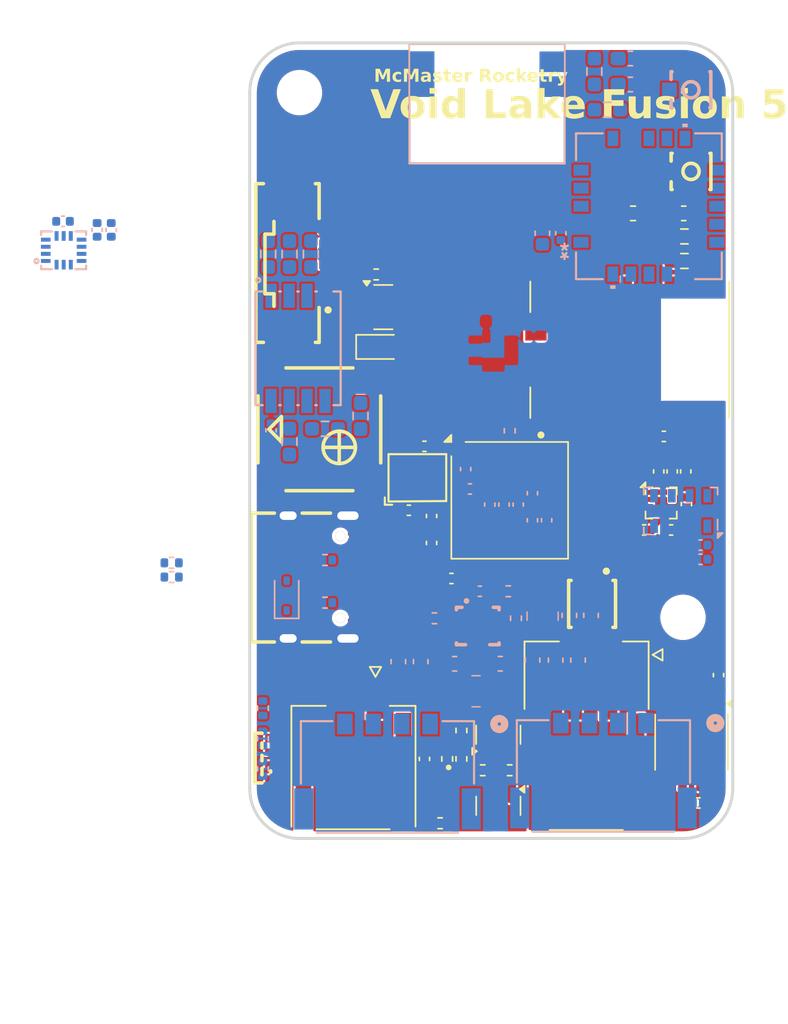
<source format=kicad_pcb>
(kicad_pcb (version 20240108) (generator "pcbnew") (generator_version "8.0")
  (layers (0 "F.Cu" signal) (1 "In1.Cu" signal "Ground1") (2 "In2.Cu" signal "In.Cu") (3 "In3.Cu" signal "Power") (4 "In4.Cu" signal "Ground2") (31 "B.Cu" signal) (34 "B.Paste" user) (35 "F.Paste" user) (36 "B.SilkS" user "B.Silkscreen") (37 "F.SilkS" user "F.Silkscreen") (38 "B.Mask" user) (39 "F.Mask" user) (44 "Edge.Cuts" user))
  (net 0 "")
  (net 1 "GND")
  (net 2 "Net-(J_CAN1-Pin_2)")
  (net 3 "Net-(U4-Vaux)")
  (net 4 "+3.3V")
  (net 5 "Net-(U4-L2)")
  (net 6 "Net-(U4-L1)")
  (net 7 "Net-(U4-EN)")
  (net 8 "/VBUS")
  (net 9 "Net-(USB1-CC1)")
  (net 10 "Net-(USB1-CC2)")
  (net 11 "Net-(U4-FB)")
  (net 12 "Net-(J_CAN1-Pin_1)")
  (net 17 "/PYRO2_CTRL")
  (net 21 "/PYRO1_CTRL")
  (net 22 "/PYRO_nEN")
  (net 23 "/BAT_V_M")
  (net 25 "/BUZZER_CTRL")
  (net 28 "/SD_DAT2")
  (net 30 "/SD_DAT3")
  (net 31 "/SD_CLK")
  (net 32 "/SD_DAT1")
  (net 33 "/SD_DAT0")
  (net 36 "/SD_CMD")
  (net 39 "/LED_B_CTRL")
  (net 41 "/LED_G_CTRL")
  (net 45 "Net-(U1-PH0)")
  (net 46 "/LED_R_CTRL")
  (net 49 "/BARO_MOSI")
  (net 50 "/IMU_MOSI")
  (net 52 "/CAN_RX")
  (net 54 "/DP")
  (net 64 "/DN")
  (net 65 "/BARO_CLK")
  (net 68 "Net-(U6-ANT)")
  (net 70 "Net-(U1-PH1)")
  (net 78 "+BATT")
  (net 79 "Net-(D2-A)")
  (net 80 "Net-(Q3-B)")
  (net 84 "Net-(J_CAN1-Pin_3)")
  (net 85 "Net-(J_CAN1-Pin_4)")
  (net 86 "/CAN_TX")
  (net 87 "/IMU_MISO")
  (net 89 "/BARO_MISO")
  (net 90 "Net-(J_PYRO1-Pin_3)")
  (net 91 "/IMU_CLK")
  (net 92 "Net-(C34-Pad2)")
  (net 93 "Net-(C35-Pad2)")
  (net 94 "/SWDIO")
  (net 95 "/Pyro/PYRO1")
  (net 96 "/Pyro/PYRO2")
  (net 97 "/PYRO2_CONT")
  (net 98 "/PYRO_PG")
  (net 99 "/PS")
  (net 100 "/PYRO1_CONT")
  (net 101 "/GPS_PPS")
  (net 102 "/GPS_nRST")
  (net 104 "/GPS_TX")
  (net 105 "Net-(U3-EN{slash}UVLO)")
  (net 106 "Net-(U3-ILM)")
  (net 107 "/SWDCLK")
  (net 108 "/nRST")
  (net 109 "Net-(U11-C1)")
  (net 110 "Net-(LED2---Pad3)")
  (net 111 "Net-(LED2---Pad4)")
  (net 112 "Net-(LED2---Pad1)")
  (net 113 "/GPS_RX")
  (net 114 "/LORA_BUSY")
  (net 115 "/LORA_SCK")
  (net 116 "/LORA_MISO")
  (net 117 "/LORA_TXEN")
  (net 118 "/LORA_RXEN")
  (net 119 "/LORA_nRST")
  (net 120 "/LORA_DIO1")
  (net 121 "/LORA_CS")
  (net 122 "/LORA_MOSI")
  (net 123 "/BARO_CS")
  (net 124 "/IMU_CS")
  (net 125 "/MAG_SCL")
  (net 126 "/MAG_SDA")
  (net 127 "/IMU_INT1")
  (net 135 "/IMU_INT2")
  (net 136 "Net-(U5-RF_IN)")
  (net 137 "Net-(U7-ANT)")
  (net 138 "+3.3VA")
  (net 139 "Net-(U1-BOOT0)")
  (net 141 "Net-(Q1-B)")
  (net 142 "Net-(Q4-B)")
  (net 143 "Net-(R14-Pad1)")
  (net 144 "Net-(C13-Pad1)")
  (net 145 "Net-(C13-Pad2)")
  (net 146 "Net-(U5-RF_OUT)")
  (footprint "Resistor_SMD:R_0603_1608Metric_Pad0.98x0.95mm_HandSolder" (layer "F.Cu") (at 82.5 46.2528)
    (property "Reference" "R17" (hide yes))
    (property "Value" "0R")
    (pad "1" smd roundrect (at -0.9125 0) (size 0.975 0.95) (layers "F.Cu" "F.Paste" "F.Mask") (net 136 "Net-(U5-RF_IN)"))
    (pad "2" smd roundrect (at 0.9125 0) (size 0.975 0.95) (layers "F.Cu" "F.Paste" "F.Mask") (net 146 "Net-(U5-RF_OUT)"))
  )
  (footprint "Resistor_SMD:R_0402_1005Metric" (layer "F.Cu") (at 66.8 79.3 90)
    (property "Reference" "R2" (hide yes))
    (property "Value" "150k")
    (pad "1" smd roundrect (at -0.51 0 90) (size 0.54 0.64) (layers "F.Cu" "F.Paste" "F.Mask") (net 105 "Net-(U3-EN{slash}UVLO)"))
    (pad "2" smd roundrect (at 0.51 0 90) (size 0.54 0.64) (layers "F.Cu" "F.Paste" "F.Mask") (net 78 "+BATT"))
  )
  (footprint "Rocketry_Manual:IC_TPS259814ARPWR" (layer "F.Cu") (at 65.2 83.8 -90)
    (property "Reference" "U3" (hide yes))
    (property "Value" "TPS259814ARPWR")
    (pad "1" smd custom (at -0.9 -0.7 270) (size 0.3 0.2) (layers "F.Cu") (net 105 "Net-(U3-EN{slash}UVLO)") (options (clearance outline) (anchor rect)) (primitives (gr_poly (pts (xy 0.1 -0.5) (xy 0.25 -0.5) (xy 0.253 -0.5) (xy 0.255 -0.5) (xy 0.258 -0.499) (xy 0.26 -0.499) (xy 0.263 -0.498) (xy 0.265 -0.498) (xy 0.268 -0.497) (xy 0.27 -0.496) (xy 0.273 -0.495) (xy 0.275 -0.493) (xy 0.277 -0.492) (xy 0.279 -0.49) (xy 0.281 -0.489) (xy 0.283 -0.487) (xy 0.285 -0.485) (xy 0.287 -0.483) (xy 0.289 -0.481) (xy 0.29 -0.479) (xy 0.292 -0.477) (xy 0.293 -0.475) (xy 0.295 -0.473) (xy 0.296 -0.47) (xy 0.297 -0.468) (xy 0.298 -0.465) (xy 0.298 -0.463) (xy 0.299 -0.46) (xy 0.299 -0.458) (xy 0.3 -0.455) (xy 0.3 -0.453) (xy 0.3 -0.45) (xy 0.3 0.1) (xy 0.3 0.103) (xy 0.3 0.105) (xy 0.299 0.108) (xy 0.299 0.11) (xy 0.298 0.113) (xy 0.298 0.115) (xy 0.297 0.118) (xy 0.296 0.12) (xy 0.295 0.123) (xy 0.293 0.125) (xy 0.292 0.127) (xy 0.29 0.129) (xy 0.289 0.131) (xy 0.287 0.133) (xy 0.285 0.135) (xy 0.283 0.137) (xy 0.281 0.139) (xy 0.279 0.14) (xy 0.277 0.142) (xy 0.275 0.143) (xy 0.273 0.145) (xy 0.27 0.146) (xy 0.268 0.147) (xy 0.265 0.148) (xy 0.263 0.148) (xy 0.26 0.149) (xy 0.258 0.149) (xy 0.255 0.15) (xy 0.253 0.15) (xy 0.25 0.15) (xy -0.25 0.15) (xy -0.253 0.15) (xy -0.255 0.15) (xy -0.258 0.149) (xy -0.26 0.149) (xy -0.263 0.148) (xy -0.265 0.148) (xy -0.268 0.147) (xy -0.27 0.146) (xy -0.273 0.145) (xy -0.275 0.143) (xy -0.277 0.142) (xy -0.279 0.14) (xy -0.281 0.139) (xy -0.283 0.137) (xy -0.285 0.135) (xy -0.287 0.133) (xy -0.289 0.131) (xy -0.29 0.129) (xy -0.292 0.127) (xy -0.293 0.125) (xy -0.295 0.123) (xy -0.296 0.12) (xy -0.297 0.118) (xy -0.298 0.115) (xy -0.298 0.113) (xy -0.299 0.11) (xy -0.299 0.108) (xy -0.3 0.105) (xy -0.3 0.103) (xy -0.3 0.1) (xy -0.3 -0.1) (xy -0.3 -0.103) (xy -0.3 -0.105) (xy -0.299 -0.108) (xy -0.299 -0.11) (xy -0.298 -0.113) (xy -0.298 -0.115) (xy -0.297 -0.118) (xy -0.296 -0.12) (xy -0.295 -0.123) (xy -0.293 -0.125) (xy -0.292 -0.127) (xy -0.29 -0.129) (xy -0.289 -0.131) (xy -0.287 -0.133) (xy -0.285 -0.135) (xy -0.283 -0.137) (xy -0.281 -0.139) (xy -0.279 -0.14) (xy -0.277 -0.142) (xy -0.275 -0.143) (xy -0.273 -0.145) (xy -0.27 -0.146) (xy -0.268 -0.147) (xy -0.265 -0.148) (xy -0.263 -0.148) (xy -0.26 -0.149) (xy -0.258 -0.149) (xy -0.255 -0.15) (xy -0.253 -0.15) (xy -0.25 -0.15) (xy 0.05 -0.15) (xy 0.05 -0.45) (xy 0.05 -0.453) (xy 0.05 -0.455) (xy 0.051 -0.458) (xy 0.051 -0.46) (xy 0.052 -0.463) (xy 0.052 -0.465) (xy 0.053 -0.468) (xy 0.054 -0.47) (xy 0.055 -0.473) (xy 0.057 -0.475) (xy 0.058 -0.477) (xy 0.06 -0.479) (xy 0.061 -0.481) (xy 0.063 -0.483) (xy 0.065 -0.485) (xy 0.067 -0.487) (xy 0.069 -0.489) (xy 0.071 -0.49) (xy 0.073 -0.492) (xy 0.075 -0.493) (xy 0.077 -0.495) (xy 0.08 -0.496) (xy 0.082 -0.497) (xy 0.085 -0.498) (xy 0.087 -0.498) (xy 0.09 -0.499) (xy 0.092 -0.499) (xy 0.095 -0.5) (xy 0.097 -0.5) (xy 0.1 -0.5)) (width 0.01) (fill yes))))
    (pad "2" smd roundrect (at -0.9 -0.225 270) (size 0.6 0.25) (layers "F.Cu") (roundrect_rratio 0.2) (net 22 "/PYRO_nEN"))
    (pad "3" smd roundrect (at -0.9 0.225 270) (size 0.6 0.25) (layers "F.Cu") (roundrect_rratio 0.2) (net 98 "/PYRO_PG"))
    (pad "4" smd custom (at -0.9 0.7 270) (size 0.3 0.2) (layers "F.Cu") (options (clearance outline) (anchor rect)) (primitives (gr_poly (pts (xy 0.1 0.5) (xy 0.25 0.5) (xy 0.253 0.5) (xy 0.255 0.5) (xy 0.258 0.499) (xy 0.26 0.499) (xy 0.263 0.498) (xy 0.265 0.498) (xy 0.268 0.497) (xy 0.27 0.496) (xy 0.273 0.495) (xy 0.275 0.493) (xy 0.277 0.492) (xy 0.279 0.49) (xy 0.281 0.489) (xy 0.283 0.487) (xy 0.285 0.485) (xy 0.287 0.483) (xy 0.289 0.481) (xy 0.29 0.479) (xy 0.292 0.477) (xy 0.293 0.475) (xy 0.295 0.473) (xy 0.296 0.47) (xy 0.297 0.468) (xy 0.298 0.465) (xy 0.298 0.463) (xy 0.299 0.46) (xy 0.299 0.458) (xy 0.3 0.455) (xy 0.3 0.453) (xy 0.3 0.45) (xy 0.3 -0.1) (xy 0.3 -0.103) (xy 0.3 -0.105) (xy 0.299 -0.108) (xy 0.299 -0.11) (xy 0.298 -0.113) (xy 0.298 -0.115) (xy 0.297 -0.118) (xy 0.296 -0.12) (xy 0.295 -0.123) (xy 0.293 -0.125) (xy 0.292 -0.127) (xy 0.29 -0.129) (xy 0.289 -0.131) (xy 0.287 -0.133) (xy 0.285 -0.135) (xy 0.283 -0.137) (xy 0.281 -0.139) (xy 0.279 -0.14) (xy 0.277 -0.142) (xy 0.275 -0.143) (xy 0.273 -0.145) (xy 0.27 -0.146) (xy 0.268 -0.147) (xy 0.265 -0.148) (xy 0.263 -0.148) (xy 0.26 -0.149) (xy 0.258 -0.149) (xy 0.255 -0.15) (xy 0.253 -0.15) (xy 0.25 -0.15) (xy -0.25 -0.15) (xy -0.253 -0.15) (xy -0.255 -0.15) (xy -0.258 -0.149) (xy -0.26 -0.149) (xy -0.263 -0.148) (xy -0.265 -0.148) (xy -0.268 -0.147) (xy -0.27 -0.146) (xy -0.273 -0.145) (xy -0.275 -0.143) (xy -0.277 -0.142) (xy -0.279 -0.14) (xy -0.281 -0.139) (xy -0.283 -0.137) (xy -0.285 -0.135) (xy -0.287 -0.133) (xy -0.289 -0.131) (xy -0.29 -0.129) (xy -0.292 -0.127) (xy -0.293 -0.125) (xy -0.295 -0.123) (xy -0.296 -0.12) (xy -0.297 -0.118) (xy -0.298 -0.115) (xy -0.298 -0.113) (xy -0.299 -0.11) (xy -0.299 -0.108) (xy -0.3 -0.105) (xy -0.3 -0.103) (xy -0.3 -0.1) (xy -0.3 0.1) (xy -0.3 0.103) (xy -0.3 0.105) (xy -0.299 0.108) (xy -0.299 0.11) (xy -0.298 0.113) (xy -0.298 0.115) (xy -0.297 0.118) (xy -0.296 0.12) (xy -0.295 0.123) (xy -0.293 0.125) (xy -0.292 0.127) (xy -0.29 0.129) (xy -0.289 0.131) (xy -0.287 0.133) (xy -0.285 0.135) (xy -0.283 0.137) (xy -0.281 0.139) (xy -0.279 0.14) (xy -0.277 0.142) (xy -0.275 0.143) (xy -0.273 0.145) (xy -0.27 0.146) (xy -0.268 0.147) (xy -0.265 0.148) (xy -0.263 0.148) (xy -0.26 0.149) (xy -0.258 0.149) (xy -0.255 0.15) (xy -0.253 0.15) (xy -0.25 0.15) (xy 0.05 0.15) (xy 0.05 0.45) (xy 0.05 0.453) (xy 0.05 0.455) (xy 0.051 0.458) (xy 0.051 0.46) (xy 0.052 0.463) (xy 0.052 0.465) (xy 0.053 0.468) (xy 0.054 0.47) (xy 0.055 0.473) (xy 0.057 0.475) (xy 0.058 0.477) (xy 0.06 0.479) (xy 0.061 0.481) (xy 0.063 0.483) (xy 0.065 0.485) (xy 0.067 0.487) (xy 0.069 0.489) (xy 0.071 0.49) (xy 0.073 0.492) (xy 0.075 0.493) (xy 0.077 0.495) (xy 0.08 0.496) (xy 0.082 0.497) (xy 0.085 0.498) (xy 0.087 0.498) (xy 0.09 0.499) (xy 0.092 0.499) (xy 0.095 0.5) (xy 0.097 0.5) (xy 0.1 0.5)) (width 0.01) (fill yes))))
    (pad "5" smd roundrect (at -0.25 0 270) (size 0.3 2.4) (layers "F.Cu") (roundrect_rratio 0.165) (net 78 "+BATT"))
    (pad "6" smd roundrect (at 0.25 0 270) (size 0.3 2.4) (layers "F.Cu") (roundrect_rratio 0.165) (net 90 "Net-(J_PYRO1-Pin_3)"))
    (pad "7" smd custom (at 0.9 0.7 270) (size 0.3 0.2) (layers "F.Cu") (options (clearance outline) (anchor rect)) (primitives (gr_poly (pts (xy -0.1 0.5) (xy -0.25 0.5) (xy -0.253 0.5) (xy -0.255 0.5) (xy -0.258 0.499) (xy -0.26 0.499) (xy -0.263 0.498) (xy -0.265 0.498) (xy -0.268 0.497) (xy -0.27 0.496) (xy -0.273 0.495) (xy -0.275 0.493) (xy -0.277 0.492) (xy -0.279 0.49) (xy -0.281 0.489) (xy -0.283 0.487) (xy -0.285 0.485) (xy -0.287 0.483) (xy -0.289 0.481) (xy -0.29 0.479) (xy -0.292 0.477) (xy -0.293 0.475) (xy -0.295 0.473) (xy -0.296 0.47) (xy -0.297 0.468) (xy -0.298 0.465) (xy -0.298 0.463) (xy -0.299 0.46) (xy -0.299 0.458) (xy -0.3 0.455) (xy -0.3 0.453) (xy -0.3 0.45) (xy -0.3 -0.1) (xy -0.3 -0.103) (xy -0.3 -0.105) (xy -0.299 -0.108) (xy -0.299 -0.11) (xy -0.298 -0.113) (xy -0.298 -0.115) (xy -0.297 -0.118) (xy -0.296 -0.12) (xy -0.295 -0.123) (xy -0.293 -0.125) (xy -0.292 -0.127) (xy -0.29 -0.129) (xy -0.289 -0.131) (xy -0.287 -0.133) (xy -0.285 -0.135) (xy -0.283 -0.137) (xy -0.281 -0.139) (xy -0.279 -0.14) (xy -0.277 -0.142) (xy -0.275 -0.143) (xy -0.273 -0.145) (xy -0.27 -0.146) (xy -0.268 -0.147) (xy -0.265 -0.148) (xy -0.263 -0.148) (xy -0.26 -0.149) (xy -0.258 -0.149) (xy -0.255 -0.15) (xy -0.253 -0.15) (xy -0.25 -0.15) (xy 0.25 -0.15) (xy 0.253 -0.15) (xy 0.255 -0.15) (xy 0.258 -0.149) (xy 0.26 -0.149) (xy 0.263 -0.148) (xy 0.265 -0.148) (xy 0.268 -0.147) (xy 0.27 -0.146) (xy 0.273 -0.145) (xy 0.275 -0.143) (xy 0.277 -0.142) (xy 0.279 -0.14) (xy 0.281 -0.139) (xy 0.283 -0.137) (xy 0.285 -0.135) (xy 0.287 -0.133) (xy 0.289 -0.131) (xy 0.29 -0.129) (xy 0.292 -0.127) (xy 0.293 -0.125) (xy 0.295 -0.123) (xy 0.296 -0.12) (xy 0.297 -0.118) (xy 0.298 -0.115) (xy 0.298 -0.113) (xy 0.299 -0.11) (xy 0.299 -0.108) (xy 0.3 -0.105) (xy 0.3 -0.103) (xy 0.3 -0.1) (xy 0.3 0.1) (xy 0.3 0.103) (xy 0.3 0.105) (xy 0.299 0.108) (xy 0.299 0.11) (xy 0.298 0.113) (xy 0.298 0.115) (xy 0.297 0.118) (xy 0.296 0.12) (xy 0.295 0.123) (xy 0.293 0.125) (xy 0.292 0.127) (xy 0.29 0.129) (xy 0.289 0.131) (xy 0.287 0.133) (xy 0.285 0.135) (xy 0.283 0.137) (xy 0.281 0.139) (xy 0.279 0.14) (xy 0.277 0.142) (xy 0.275 0.143) (xy 0.273 0.145) (xy 0.27 0.146) (xy 0.268 0.147) (xy 0.265 0.148) (xy 0.263 0.148) (xy 0.26 0.149) (xy 0.258 0.149) (xy 0.255 0.15) (xy 0.253 0.15) (xy 0.25 0.15) (xy -0.05 0.15) (xy -0.05 0.45) (xy -0.05 0.453) (xy -0.05 0.455) (xy -0.051 0.458) (xy -0.051 0.46) (xy -0.052 0.463) (xy -0.052 0.465) (xy -0.053 0.468) (xy -0.054 0.47) (xy -0.055 0.473) (xy -0.057 0.475) (xy -0.058 0.477) (xy -0.06 0.479) (xy -0.061 0.481) (xy -0.063 0.483) (xy -0.065 0.485) (xy -0.067 0.487) (xy -0.069 0.489) (xy -0.071 0.49) (xy -0.073 0.492) (xy -0.075 0.493) (xy -0.077 0.495) (xy -0.08 0.496) (xy -0.082 0.497) (xy -0.085 0.498) (xy -0.087 0.498) (xy -0.09 0.499) (xy -0.092 0.499) (xy -0.095 0.5) (xy -0.097 0.5) (xy -0.1 0.5)) (width 0.01) (fill yes))))
    (pad "8" smd roundrect (at 0.9 0.225 270) (size 0.6 0.25) (layers "F.Cu") (roundrect_rratio 0.2) (net 1 "GND"))
    (pad "9" smd roundrect (at 0.9 -0.225 270) (size 0.6 0.25) (layers "F.Cu") (roundrect_rratio 0.2) (net 106 "Net-(U3-ILM)"))
    (pad "10" smd custom (at 0.9 -0.7 270) (size 0.3 0.2) (layers "F.Cu") (options (clearance outline) (anchor rect)) (primitives (gr_poly (pts (xy -0.1 -0.5) (xy -0.25 -0.5) (xy -0.253 -0.5) (xy -0.255 -0.5) (xy -0.258 -0.499) (xy -0.26 -0.499) (xy -0.263 -0.498) (xy -0.265 -0.498) (xy -0.268 -0.497) (xy -0.27 -0.496) (xy -0.273 -0.495) (xy -0.275 -0.493) (xy -0.277 -0.492) (xy -0.279 -0.49) (xy -0.281 -0.489) (xy -0.283 -0.487) (xy -0.285 -0.485) (xy -0.287 -0.483) (xy -0.289 -0.481) (xy -0.29 -0.479) (xy -0.292 -0.477) (xy -0.293 -0.475) (xy -0.295 -0.473) (xy -0.296 -0.47) (xy -0.297 -0.468) (xy -0.298 -0.465) (xy -0.298 -0.463) (xy -0.299 -0.46) (xy -0.299 -0.458) (xy -0.3 -0.455) (xy -0.3 -0.453) (xy -0.3 -0.45) (xy -0.3 0.1) (xy -0.3 0.103) (xy -0.3 0.105) (xy -0.299 0.108) (xy -0.299 0.11) (xy -0.298 0.113) (xy -0.298 0.115) (xy -0.297 0.118) (xy -0.296 0.12) (xy -0.295 0.123) (xy -0.293 0.125) (xy -0.292 0.127) (xy -0.29 0.129) (xy -0.289 0.131) (xy -0.287 0.133) (xy -0.285 0.135) (xy -0.283 0.137) (xy -0.281 0.139) (xy -0.279 0.14) (xy -0.277 0.142) (xy -0.275 0.143) (xy -0.273 0.145) (xy -0.27 0.146) (xy -0.268 0.147) (xy -0.265 0.148) (xy -0.263 0.148) (xy -0.26 0.149) (xy -0.258 0.149) (xy -0.255 0.15) (xy -0.253 0.15) (xy -0.25 0.15) (xy 0.25 0.15) (xy 0.253 0.15) (xy 0.255 0.15) (xy 0.258 0.149) (xy 0.26 0.149) (xy 0.263 0.148) (xy 0.265 0.148) (xy 0.268 0.147) (xy 0.27 0.146) (xy 0.273 0.145) (xy 0.275 0.143) (xy 0.277 0.142) (xy 0.279 0.14) (xy 0.281 0.139) (xy 0.283 0.137) (xy 0.285 0.135) (xy 0.287 0.133) (xy 0.289 0.131) (xy 0.29 0.129) (xy 0.292 0.127) (xy 0.293 0.125) (xy 0.295 0.123) (xy 0.296 0.12) (xy 0.297 0.118) (xy 0.298 0.115) (xy 0.298 0.113) (xy 0.299 0.11) (xy 0.299 0.108) (xy 0.3 0.105) (xy 0.3 0.103) (xy 0.3 0.1) (xy 0.3 -0.1) (xy 0.3 -0.103) (xy 0.3 -0.105) (xy 0.299 -0.108) (xy 0.299 -0.11) (xy 0.298 -0.113) (xy 0.298 -0.115) (xy 0.297 -0.118) (xy 0.296 -0.12) (xy 0.295 -0.123) (xy 0.293 -0.125) (xy 0.292 -0.127) (xy 0.29 -0.129) (xy 0.289 -0.131) (xy 0.287 -0.133) (xy 0.285 -0.135) (xy 0.283 -0.137) (xy 0.281 -0.139) (xy 0.279 -0.14) (xy 0.277 -0.142) (xy 0.275 -0.143) (xy 0.273 -0.145) (xy 0.27 -0.146) (xy 0.268 -0.147) (xy 0.265 -0.148) (xy 0.263 -0.148) (xy 0.26 -0.149) (xy 0.258 -0.149) (xy 0.255 -0.15) (xy 0.253 -0.15) (xy 0.25 -0.15) (xy -0.05 -0.15) (xy -0.05 -0.45) (xy -0.05 -0.453) (xy -0.05 -0.455) (xy -0.051 -0.458) (xy -0.051 -0.46) (xy -0.052 -0.463) (xy -0.052 -0.465) (xy -0.053 -0.468) (xy -0.054 -0.47) (xy -0.055 -0.473) (xy -0.057 -0.475) (xy -0.058 -0.477) (xy -0.06 -0.479) (xy -0.061 -0.481) (xy -0.063 -0.483) (xy -0.065 -0.485) (xy -0.067 -0.487) (xy -0.069 -0.489) (xy -0.071 -0.49) (xy -0.073 -0.492) (xy -0.075 -0.493) (xy -0.077 -0.495) (xy -0.08 -0.496) (xy -0.082 -0.497) (xy -0.085 -0.498) (xy -0.087 -0.498) (xy -0.09 -0.499) (xy -0.092 -0.499) (xy -0.095 -0.5) (xy -0.097 -0.5) (xy -0.1 -0.5)) (width 0.01) (fill yes))))
  )
  (footprint "Package_TO_SOT_SMD:SOT-23" (layer "F.Cu") (at 69.4 79.6 90)
    (property "Reference" "Q1" (hide yes))
    (property "Value" "SS8050")
    (pad "1" smd roundrect (at -0.9375 -0.95 90) (size 1.475 0.6) (layers "F.Cu" "F.Paste" "F.Mask") (net 141 "Net-(Q1-B)"))
    (pad "2" smd roundrect (at -0.9375 0.95 90) (size 1.475 0.6) (layers "F.Cu" "F.Paste" "F.Mask") (net 1 "GND"))
    (pad "3" smd roundrect (at 0.9375 0 90) (size 1.475 0.6) (layers "F.Cu" "F.Paste" "F.Mask") (net 97 "/PYRO2_CONT"))
  )
  (footprint "Capacitor_SMD:C_0603_1608Metric_Pad1.08x0.95mm_HandSolder" (layer "F.Cu") (at 82.45 42.9)
    (property "Reference" "C13" (hide yes))
    (property "Value" "47pF")
    (pad "1" smd roundrect (at -0.8625 0) (size 1.075 0.95) (layers "F.Cu" "F.Paste" "F.Mask") (net 144 "Net-(C13-Pad1)"))
    (pad "2" smd roundrect (at 0.8625 0) (size 1.075 0.95) (layers "F.Cu" "F.Paste" "F.Mask") (net 145 "Net-(C13-Pad2)"))
  )
  (footprint "Rocketry_Easyeda:IPEX-SMD_BWIPX-1-001E" (layer "F.Cu") (at 82.2051 39.9468)
    (property "Reference" "U12" (hide yes))
    (property "Value" "BWU.FL-IPEX1")
    (pad "1" smd rect (at -0.76 0 180) (size 1.05 1) (layers "F.Cu" "F.Paste" "F.Mask") (net 144 "Net-(C13-Pad1)"))
    (pad "2" smd rect (at 0.76 1.47 180) (size 2.2 1.05) (layers "F.Cu" "F.Paste" "F.Mask") (net 1 "GND"))
    (pad "3" smd rect (at 0.76 -1.47 180) (size 2.2 1.05) (layers "F.Cu" "F.Paste" "F.Mask") (net 1 "GND"))
  )
  (footprint "Rocketry_Easyeda:POWER-1212-8_L3.3-W3.3-P0.66-LS3.3-BL" (layer "F.Cu") (at 76 70.3275 -90)
    (property "Reference" "Q5" (hide yes))
    (property "Value" "SI7232DN-T1-GE3")
    (pad "1" smd rect (at -1.54 -0.99 270) (size 0.9 0.4) (layers "F.Cu" "F.Paste" "F.Mask") (net 1 "GND"))
    (pad "2" smd rect (at -1.54 -0.33 270) (size 0.9 0.4) (layers "F.Cu" "F.Paste" "F.Mask") (net 21 "/PYRO1_CTRL"))
    (pad "3" smd rect (at -1.54 0.33 270) (size 0.9 0.4) (layers "F.Cu" "F.Paste" "F.Mask") (net 1 "GND"))
    (pad "4" smd rect (at -1.54 0.99 270) (size 0.9 0.4) (layers "F.Cu" "F.Paste" "F.Mask") (net 17 "/PYRO2_CTRL"))
    (pad "5" smd rect (at 1.54 0.99 270) (size 1 0.4) (layers "F.Cu" "F.Paste" "F.Mask") (net 96 "/Pyro/PYRO2"))
    (pad "6" smd rect (at 0.49 0.58 270) (size 1.73 0.9) (layers "F.Cu" "F.Paste" "F.Mask") (net 96 "/Pyro/PYRO2"))
    (pad "6" smd rect (at 1.54 0.33 270) (size 1 0.4) (layers "F.Cu" "F.Paste" "F.Mask") (net 96 "/Pyro/PYRO2"))
    (pad "7" smd rect (at 1.54 -0.33 270) (size 1 0.4) (layers "F.Cu" "F.Paste" "F.Mask") (net 95 "/Pyro/PYRO1"))
    (pad "8" smd rect (at 0.49 -0.58 270) (size 1.73 0.9) (layers "F.Cu" "F.Paste" "F.Mask") (net 95 "/Pyro/PYRO1"))
    (pad "8" smd rect (at 1.54 -0.99 270) (size 1 0.4) (layers "F.Cu" "F.Paste" "F.Mask") (net 95 "/Pyro/PYRO1"))
  )
  (footprint "MountingHole:MountingHole_2.7mm_M2.5" (layer "F.Cu") (at 55.4 34.4)
    (property "Reference" "H1" (hide yes))
    (property "Value" "MountingHole")
    (pad "" np_thru_hole circle (at 0 0) (size 2.7 2.7) (drill 2.7) (layers "*.Cu" "*.Mask"))
  )
  (footprint "MountingHole:MountingHole_2.7mm_M2.5" (layer "F.Cu") (at 82.4 71.335)
    (property "Reference" "H2" (hide yes))
    (property "Value" "MountingHole")
    (pad "" np_thru_hole circle (at 0 0) (size 2.7 2.7) (drill 2.7) (layers "*.Cu" "*.Mask"))
  )
  (footprint "Capacitor_SMD:C_0402_1005Metric" (layer "F.Cu") (at 63.1 63.8)
    (property "Reference" "C30" (hide yes))
    (property "Value" "10p")
    (pad "1" smd roundrect (at -0.48 0) (size 0.56 0.62) (layers "F.Cu" "F.Paste" "F.Mask") (net 70 "Net-(U1-PH1)"))
    (pad "2" smd roundrect (at 0.48 0) (size 0.56 0.62) (layers "F.Cu" "F.Paste" "F.Mask") (net 1 "GND"))
  )
  (footprint "Resistor_SMD:R_0402_1005Metric" (layer "F.Cu") (at 65.8 81.3 -90)
    (property "Reference" "R8" (hide yes))
    (property "Value" "150k")
    (pad "1" smd roundrect (at -0.51 0 270) (size 0.54 0.64) (layers "F.Cu" "F.Paste" "F.Mask") (net 4 "+3.3V"))
    (pad "2" smd roundrect (at 0.51 0 270) (size 0.54 0.64) (layers "F.Cu" "F.Paste" "F.Mask") (net 22 "/PYRO_nEN"))
  )
  (footprint "Capacitor_SMD:C_0402_1005Metric" (layer "F.Cu") (at 81.05 58.6 180)
    (property "Reference" "C27" (hide yes))
    (property "Value" "4.7u")
    (pad "1" smd roundrect (at -0.48 0 180) (size 0.56 0.62) (layers "F.Cu" "F.Paste" "F.Mask") (net 1 "GND"))
    (pad "2" smd roundrect (at 0.48 0 180) (size 0.56 0.62) (layers "F.Cu" "F.Paste" "F.Mask") (net 4 "+3.3V"))
  )
  (footprint "Capacitor_SMD:C_0402_1005Metric" (layer "F.Cu") (at 64.2 59.3)
    (property "Reference" "C29" (hide yes))
    (property "Value" "10p")
    (pad "1" smd roundrect (at -0.48 0) (size 0.56 0.62) (layers "F.Cu" "F.Paste" "F.Mask") (net 1 "GND"))
    (pad "2" smd roundrect (at 0.48 0) (size 0.56 0.62) (layers "F.Cu" "F.Paste" "F.Mask") (net 45 "Net-(U1-PH0)"))
  )
  (footprint "Resistor_SMD:R_0402_1005Metric" (layer "F.Cu") (at 60.8 47.2)
    (property "Reference" "R13" (hide yes))
    (property "Value" "680R")
    (pad "1" smd roundrect (at -0.51 0) (size 0.54 0.64) (layers "F.Cu" "F.Paste" "F.Mask") (net 142 "Net-(Q4-B)"))
    (pad "2" smd roundrect (at 0.51 0) (size 0.54 0.64) (layers "F.Cu" "F.Paste" "F.Mask") (net 25 "/BUZZER_CTRL"))
  )
  (footprint "Rocketry_Easyeda:CONN-SMD_5P-P1.25_532610571-2" (layer "F.Cu") (at 56.1425 46.4 -90)
    (property "Reference" "CN1" (hide yes))
    (property "Value" "532610571")
    (pad "1" smd rect (at 2.5 -1.45) (size 1.6 0.8) (layers "F.Cu" "F.Paste" "F.Mask") (net 108 "/nRST"))
    (pad "2" smd rect (at 1.25 -1.45) (size 1.6 0.8) (layers "F.Cu" "F.Paste" "F.Mask") (net 1 "GND"))
    (pad "3" smd rect (at 0 -1.45) (size 1.6 0.8) (layers "F.Cu" "F.Paste" "F.Mask") (net 94 "/SWDIO"))
    (pad "4" smd rect (at -1.25 -1.45) (size 1.6 0.8) (layers "F.Cu" "F.Paste" "F.Mask") (net 4 "+3.3V"))
    (pad "5" smd rect (at -2.5 -1.45) (size 1.6 0.8) (layers "F.Cu" "F.Paste" "F.Mask") (net 107 "/SWDCLK"))
    (pad "6" smd rect (at -5.05 1.45) (size 3.2 2.3) (layers "F.Cu" "F.Paste" "F.Mask") (net 1 "GND"))
    (pad "7" smd rect (at 5.05 1.45) (size 3.2 2.3) (layers "F.Cu" "F.Paste" "F.Mask") (net 1 "GND"))
  )
  (footprint "Package_SO:SOIC-8_3.9x4.9mm_P1.27mm" (layer "F.Cu") (at 83 80.1196 -90)
    (property "Reference" "U15" (hide yes))
    (property "Value" "ISO1044BD")
    (pad "1" smd roundrect (at -2.475 -1.905 270) (size 1.95 0.6) (layers "F.Cu" "F.Paste" "F.Mask") (net 4 "+3.3V"))
    (pad "2" smd roundrect (at -2.475 -0.635 270) (size 1.95 0.6) (layers "F.Cu" "F.Paste" "F.Mask") (net 86 "/CAN_TX"))
    (pad "3" smd roundrect (at -2.475 0.635 270) (size 1.95 0.6) (layers "F.Cu" "F.Paste" "F.Mask") (net 52 "/CAN_RX"))
    (pad "4" smd roundrect (at -2.475 1.905 270) (size 1.95 0.6) (layers "F.Cu" "F.Paste" "F.Mask") (net 1 "GND"))
    (pad "5" smd roundrect (at 2.475 1.905 270) (size 1.95 0.6) (layers "F.Cu" "F.Paste" "F.Mask") (net 85 "Net-(J_CAN1-Pin_4)"))
    (pad "6" smd roundrect (at 2.475 0.635 270) (size 1.95 0.6) (layers "F.Cu" "F.Paste" "F.Mask") (net 84 "Net-(J_CAN1-Pin_3)"))
    (pad "7" smd roundrect (at 2.475 -0.635 270) (size 1.95 0.6) (layers "F.Cu" "F.Paste" "F.Mask") (net 2 "Net-(J_CAN1-Pin_2)"))
    (pad "8" smd roundrect (at 2.475 -1.905 270) (size 1.95 0.6) (layers "F.Cu" "F.Paste" "F.Mask") (net 12 "Net-(J_CAN1-Pin_1)"))
  )
  (footprint "Resistor_SMD:R_0402_1005Metric" (layer "F.Cu") (at 66.8 81.3 -90)
    (property "Reference" "R3" (hide yes))
    (property "Value" "90k")
    (pad "1" smd roundrect (at -0.51 0 270) (size 0.54 0.64) (layers "F.Cu" "F.Paste" "F.Mask") (net 105 "Net-(U3-EN{slash}UVLO)"))
    (pad "2" smd roundrect (at 0.51 0 270) (size 0.54 0.64) (layers "F.Cu" "F.Paste" "F.Mask") (net 1 "GND"))
  )
  (footprint "Capacitor_SMD:C_0402_1005Metric" (layer "F.Cu") (at 82.593469 61.063185 -90)
    (property "Reference" "C41" (hide yes))
    (property "Value" "4.7u")
    (pad "1" smd roundrect (at -0.48 0 270) (size 0.56 0.62) (layers "F.Cu" "F.Paste" "F.Mask") (net 1 "GND"))
    (pad "2" smd roundrect (at 0.48 0 270) (size 0.56 0.62) (layers "F.Cu" "F.Paste" "F.Mask") (net 4 "+3.3V"))
  )
  (footprint "Capacitor_SMD:C_0402_1005Metric" (layer "F.Cu") (at 64.7 64.2 -90)
    (property "Reference" "C44" (hide yes))
    (property "Value" "1u")
    (pad "1" smd roundrect (at -0.48 0 270) (size 0.56 0.62) (layers "F.Cu" "F.Paste" "F.Mask") (net 1 "GND"))
    (pad "2" smd roundrect (at 0.48 0 270) (size 0.56 0.62) (layers "F.Cu" "F.Paste" "F.Mask") (net 138 "+3.3VA"))
  )
  (footprint "Package_TO_SOT_SMD:SOT-23" (layer "F.Cu") (at 69.4 84.6 -90)
    (property "Reference" "Q3" (hide yes))
    (property "Value" "SS8050")
    (pad "1" smd roundrect (at -0.9375 -0.95 270) (size 1.475 0.6) (layers "F.Cu" "F.Paste" "F.Mask") (net 80 "Net-(Q3-B)"))
    (pad "2" smd roundrect (at -0.9375 0.95 270) (size 1.475 0.6) (layers "F.Cu" "F.Paste" "F.Mask") (net 1 "GND"))
    (pad "3" smd roundrect (at 0.9375 0 270) (size 1.475 0.6) (layers "F.Cu" "F.Paste" "F.Mask") (net 100 "/PYRO1_CONT"))
  )
  (footprint "Package_TO_SOT_SMD:SOT-23" (layer "F.Cu") (at 61.3 49.5)
    (property "Reference" "Q4" (hide yes))
    (property "Value" "SS8050")
    (pad "1" smd roundrect (at -0.9375 -0.95) (size 1.475 0.6) (layers "F.Cu" "F.Paste" "F.Mask") (net 142 "Net-(Q4-B)"))
    (pad "2" smd roundrect (at -0.9375 0.95) (size 1.475 0.6) (layers "F.Cu" "F.Paste" "F.Mask") (net 1 "GND"))
    (pad "3" smd roundrect (at 0.9375 0) (size 1.475 0.6) (layers "F.Cu" "F.Paste" "F.Mask") (net 79 "Net-(D2-A)"))
  )
  (footprint "Resistor_SMD:R_0402_1005Metric" (layer "F.Cu") (at 68.3 82.1 180)
    (property "Reference" "R10" (hide yes))
    (property "Value" "150k")
    (pad "1" smd roundrect (at -0.51 0 180) (size 0.54 0.64) (layers "F.Cu" "F.Paste" "F.Mask") (net 96 "/Pyro/PYRO2"))
    (pad "2" smd roundrect (at 0.51 0 180) (size 0.54 0.64) (layers "F.Cu" "F.Paste" "F.Mask") (net 141 "Net-(Q1-B)"))
  )
  (footprint "Rocketry_Easyeda:OSC-SMD_4P-L3.2-W2.5-BL" (layer "F.Cu") (at 63.7 61.5)
    (property "Reference" "X1" (hide yes))
    (property "Value" "X322516MLB4SI")
    (pad "1" smd rect (at -1.1 0.88) (size 1.4 1.2) (layers "F.Cu" "F.Paste" "F.Mask") (net 70 "Net-(U1-PH1)"))
    (pad "2" smd rect (at 1.1 0.88) (size 1.4 1.2) (layers "F.Cu" "F.Paste" "F.Mask"))
    (pad "3" smd rect (at 1.1 -0.88) (size 1.4 1.2) (layers "F.Cu" "F.Paste" "F.Mask") (net 45 "Net-(U1-PH0)"))
    (pad "4" smd rect (at -1.1 -0.88) (size 1.4 1.2) (layers "F.Cu" "F.Paste" "F.Mask"))
  )
  (footprint "Capacitor_SMD:C_0402_1005Metric" (layer "F.Cu") (at 79.662469 65.185685 180)
    (property "Reference" "C43" (hide yes))
    (property "Value" "100n")
    (pad "1" smd roundrect (at -0.48 0 180) (size 0.56 0.62) (layers "F.Cu" "F.Paste" "F.Mask") (net 109 "Net-(U11-C1)"))
    (pad "2" smd roundrect (at 0.48 0 180) (size 0.56 0.62) (layers "F.Cu" "F.Paste" "F.Mask") (net 1 "GND"))
  )
  (footprint "Capacitor_SMD:C_0402_1005Metric" (layer "F.Cu") (at 81.639969 61.063185 -90)
    (property "Reference" "C23" (hide yes))
    (property "Value" "100n")
    (pad "1" smd roundrect (at -0.48 0 270) (size 0.56 0.62) (layers "F.Cu" "F.Paste" "F.Mask") (net 1 "GND"))
    (pad "2" smd roundrect (at 0.48 0 270) (size 0.56 0.62) (layers "F.Cu" "F.Paste" "F.Mask") (net 4 "+3.3V"))
  )
  (footprint "Package_LGA:LGA-12_2x2mm_P0.5mm" (layer "F.Cu") (at 80.862469 63.285685)
    (property "Reference" "U11" (hide yes))
    (property "Value" "LIS2MDL")
    (pad "1" smd rect (at -0.7625 -0.75) (size 0.375 0.35) (layers "F.Cu" "F.Paste" "F.Mask") (net 125 "/MAG_SCL"))
    (pad "2" smd rect (at -0.7625 -0.25) (size 0.375 0.35) (layers "F.Cu" "F.Paste" "F.Mask"))
    (pad "3" smd rect (at -0.7625 0.25) (size 0.375 0.35) (layers "F.Cu" "F.Paste" "F.Mask") (net 4 "+3.3V"))
    (pad "4" smd rect (at -0.7625 0.75) (size 0.375 0.35) (layers "F.Cu" "F.Paste" "F.Mask") (net 126 "/MAG_SDA"))
    (pad "5" smd rect (at -0.25 0.7625 90) (size 0.375 0.35) (layers "F.Cu" "F.Paste" "F.Mask") (net 109 "Net-(U11-C1)"))
    (pad "6" smd rect (at 0.25 0.7625 90) (size 0.375 0.35) (layers "F.Cu" "F.Paste" "F.Mask") (net 1 "GND"))
    (pad "7" smd rect (at 0.7625 0.75) (size 0.375 0.35) (layers "F.Cu" "F.Paste" "F.Mask"))
    (pad "8" smd rect (at 0.7625 0.25) (size 0.375 0.35) (layers "F.Cu" "F.Paste" "F.Mask") (net 1 "GND"))
    (pad "9" smd rect (at 0.7625 -0.25) (size 0.375 0.35) (layers "F.Cu" "F.Paste" "F.Mask") (net 4 "+3.3V"))
    (pad "10" smd rect (at 0.7625 -0.75) (size 0.375 0.35) (layers "F.Cu" "F.Paste" "F.Mask") (net 4 "+3.3V"))
    (pad "11" smd rect (at 0.25 -0.7625 90) (size 0.375 0.35) (layers "F.Cu" "F.Paste" "F.Mask"))
    (pad "12" smd rect (at -0.25 -0.7625 90) (size 0.375 0.35) (layers "F.Cu" "F.Paste" "F.Mask"))
  )
  (footprint "Capacitor_SMD:C_0402_1005Metric" (layer "F.Cu") (at 64.2 81.3 -90)
    (property "Reference" "C45" (hide yes))
    (property "Value" "1u")
    (pad "1" smd roundrect (at -0.48 0 270) (size 0.56 0.62) (layers "F.Cu" "F.Paste" "F.Mask") (net 1 "GND"))
    (pad "2" smd roundrect (at 0.48 0 270) (size 0.56 0.62) (layers "F.Cu" "F.Paste" "F.Mask") (net 78 "+BATT"))
  )
  (footprint "Rocketry_Easyeda:BUZ-SMD_4P-L8.5-W8.5_FUET-8530-05" (layer "F.Cu") (at 56.8 58.1)
    (property "Reference" "BUZZER1" (hide yes))
    (property "Value" "FUET-8530H-3.6V")
    (pad "1" smd rect (at 3.49 3.49) (size 1.8 1.8) (layers "F.Cu" "F.Paste" "F.Mask") (net 4 "+3.3V"))
    (pad "2" smd rect (at 3.49 -3.49) (size 1.8 1.8) (layers "F.Cu" "F.Paste" "F.Mask") (net 79 "Net-(D2-A)"))
    (pad "3" smd rect (at -3.49 -3.49) (size 1.8 1.8) (layers "F.Cu" "F.Paste" "F.Mask") (net 1 "GND"))
    (pad "4" smd rect (at -3.49 3.49) (size 1.8 1.8) (layers "F.Cu" "F.Paste" "F.Mask") (net 1 "GND"))
  )
  (footprint "Resistor_SMD:R_0603_1608Metric_Pad0.98x0.95mm_HandSolder" (layer "F.Cu") (at 82.5 44.5256)
    (property "Reference" "R16" (hide yes))
    (property "Value" "0R")
    (pad "1" smd roundrect (at -0.9125 0) (size 0.975 0.95) (layers "F.Cu" "F.Paste" "F.Mask") (net 136 "Net-(U5-RF_IN)"))
    (pad "2" smd roundrect (at 0.9125 0) (size 0.975 0.95) (layers "F.Cu" "F.Paste" "F.Mask") (net 145 "Net-(C13-Pad2)"))
  )
  (footprint "Capacitor_SMD:C_0402_1005Metric" (layer "F.Cu") (at 82.639969 63.363185 90)
    (property "Reference" "C22" (hide yes))
    (property "Value" "100n")
    (pad "1" smd roundrect (at -0.48 0 90) (size 0.56 0.62) (layers "F.Cu" "F.Paste" "F.Mask") (net 1 "GND"))
    (pad "2" smd roundrect (at 0.48 0 90) (size 0.56 0.62) (layers "F.Cu" "F.Paste" "F.Mask") (net 4 "+3.3V"))
  )
  (footprint "Package_BGA:TFBGA-100_8x8mm_Layout10x10_P0.8mm" (layer "F.Cu") (at 70.2 63.1)
    (property "Reference" "U1" (hide yes))
    (property "Value" "STM32H743VIHx")
    (pad "A1" smd circle (at -3.6 -3.6) (size 0.4 0.4) (property pad_prop_bga) (layers "F.Cu" "F.Paste" "F.Mask") (net 127 "/IMU_INT1"))
    (pad "A2" smd circle (at -2.8 -3.599999) (size 0.4 0.4) (property pad_prop_bga) (layers "F.Cu" "F.Paste" "F.Mask") (net 124 "/IMU_CS"))
    (pad "A3" smd circle (at -2 -3.6) (size 0.4 0.4) (property pad_prop_bga) (layers "F.Cu" "F.Paste" "F.Mask") (net 91 "/IMU_CLK"))
    (pad "A4" smd circle (at -1.200001 -3.6) (size 0.4 0.4) (property pad_prop_bga) (layers "F.Cu" "F.Paste" "F.Mask") (net 135 "/IMU_INT2"))
    (pad "A5" smd circle (at -0.4 -3.6) (size 0.4 0.4) (property pad_prop_bga) (layers "F.Cu" "F.Paste" "F.Mask"))
    (pad "A6" smd circle (at 0.4 -3.6) (size 0.4 0.4) (property pad_prop_bga) (layers "F.Cu" "F.Paste" "F.Mask") (net 116 "/LORA_MISO"))
    (pad "A7" smd circle (at 1.200001 -3.6) (size 0.4 0.4) (property pad_prop_bga) (layers "F.Cu" "F.Paste" "F.Mask") (net 115 "/LORA_SCK"))
    (pad "A8" smd circle (at 2 -3.6) (size 0.4 0.4) (property pad_prop_bga) (layers "F.Cu" "F.Paste" "F.Mask") (net 101 "/GPS_PPS"))
    (pad "A9" smd circle (at 2.8 -3.599999) (size 0.4 0.4) (property pad_prop_bga) (layers "F.Cu" "F.Paste" "F.Mask") (net 107 "/SWDCLK"))
    (pad "A10" smd circle (at 3.6 -3.6) (size 0.4 0.4) (property pad_prop_bga) (layers "F.Cu" "F.Paste" "F.Mask") (net 94 "/SWDIO"))
    (pad "B1" smd circle (at -3.599999 -2.8) (size 0.4 0.4) (property pad_prop_bga) (layers "F.Cu" "F.Paste" "F.Mask") (net 25 "/BUZZER_CTRL"))
    (pad "B2" smd circle (at -2.8 -2.8) (size 0.4 0.4) (property pad_prop_bga) (layers "F.Cu" "F.Paste" "F.Mask") (net 4 "+3.3V"))
    (pad "B3" smd circle (at -2.000001 -2.8) (size 0.4 0.4) (property pad_prop_bga) (layers "F.Cu" "F.Paste" "F.Mask"))
    (pad "B4" smd circle (at -1.2 -2.8) (size 0.4 0.4) (property pad_prop_bga) (layers "F.Cu" "F.Paste" "F.Mask"))
    (pad "B5" smd circle (at -0.4 -2.8) (size 0.4 0.4) (property pad_prop_bga) (layers "F.Cu" "F.Paste" "F.Mask") (net 86 "/CAN_TX"))
    (pad "B6" smd circle (at 0.4 -2.8) (size 0.4 0.4) (property pad_prop_bga) (layers "F.Cu" "F.Paste" "F.Mask") (net 119 "/LORA_nRST"))
    (pad "B7" smd circle (at 1.2 -2.8) (size 0.4 0.4) (property pad_prop_bga) (layers "F.Cu" "F.Paste" "F.Mask") (net 36 "/SD_CMD"))
    (pad "B8" smd circle (at 2.000001 -2.8) (size 0.4 0.4) (property pad_prop_bga) (layers "F.Cu" "F.Paste" "F.Mask") (net 30 "/SD_DAT3"))
    (pad "B9" smd circle (at 2.8 -2.8) (size 0.4 0.4) (property pad_prop_bga) (layers "F.Cu" "F.Paste" "F.Mask") (net 28 "/SD_DAT2"))
    (pad "B10" smd circle (at 3.599999 -2.8) (size 0.4 0.4) (property pad_prop_bga) (layers "F.Cu" "F.Paste" "F.Mask") (net 54 "/DP"))
    (pad "C1" smd circle (at -3.6 -2) (size 0.4 0.4) (property pad_prop_bga) (layers "F.Cu" "F.Paste" "F.Mask") (net 45 "Net-(U1-PH0)"))
    (pad "C2" smd circle (at -2.8 -2.000001) (size 0.4 0.4) (property pad_prop_bga) (layers "F.Cu" "F.Paste" "F.Mask") (net 1 "GND"))
    (pad "C3" smd circle (at -2 -2) (size 0.4 0.4) (property pad_prop_bga) (layers "F.Cu" "F.Paste" "F.Mask"))
    (pad "C4" smd circle (at -1.200001 -2) (size 0.4 0.4) (property pad_prop_bga) (layers "F.Cu" "F.Paste" "F.Mask"))
    (pad "C5" smd circle (at -0.4 -2) (size 0.4 0.4) (property pad_prop_bga) (layers "F.Cu" "F.Paste" "F.Mask") (net 52 "/CAN_RX"))
    (pad "C6" smd circle (at 0.4 -2) (size 0.4 0.4) (property pad_prop_bga) (layers "F.Cu" "F.Paste" "F.Mask") (net 122 "/LORA_MOSI"))
    (pad "C7" smd circle (at 1.200001 -2) (size 0.4 0.4) (property pad_prop_bga) (layers "F.Cu" "F.Paste" "F.Mask") (net 114 "/LORA_BUSY"))
    (pad "C8" smd circle (at 2 -2) (size 0.4 0.4) (property pad_prop_bga) (layers "F.Cu" "F.Paste" "F.Mask") (net 31 "/SD_CLK"))
    (pad "C9" smd circle (at 2.8 -2.000001) (size 0.4 0.4) (property pad_prop_bga) (layers "F.Cu" "F.Paste" "F.Mask") (net 8 "/VBUS"))
    (pad "C10" smd circle (at 3.6 -2) (size 0.4 0.4) (property pad_prop_bga) (layers "F.Cu" "F.Paste" "F.Mask") (net 64 "/DN"))
    (pad "D1" smd circle (at -3.6 -1.200001) (size 0.4 0.4) (property pad_prop_bga) (layers "F.Cu" "F.Paste" "F.Mask") (net 70 "Net-(U1-PH1)"))
    (pad "D2" smd circle (at -2.8 -1.2) (size 0.4 0.4) (property pad_prop_bga) (layers "F.Cu" "F.Paste" "F.Mask") (net 4 "+3.3V"))
    (pad "D3" smd circle (at -2 -1.200001) (size 0.4 0.4) (property pad_prop_bga) (layers "F.Cu" "F.Paste" "F.Mask") (net 87 "/IMU_MISO"))
    (pad "D4" smd circle (at -1.2 -1.2) (size 0.4 0.4) (property pad_prop_bga) (layers "F.Cu" "F.Paste" "F.Mask"))
    (pad "D5" smd circle (at -0.4 -1.2) (size 0.4 0.4) (property pad_prop_bga) (layers "F.Cu" "F.Paste" "F.Mask") (net 139 "Net-(U1-BOOT0)"))
    (pad "D6" smd circle (at 0.4 -1.2) (size 0.4 0.4) (property pad_prop_bga) (layers "F.Cu" "F.Paste" "F.Mask") (net 49 "/BARO_MOSI"))
    (pad "D7" smd circle (at 1.2 -1.2) (size 0.4 0.4) (property pad_prop_bga) (layers "F.Cu" "F.Paste" "F.Mask") (net 121 "/LORA_CS"))
    (pad "D8" smd circle (at 2 -1.200001) (size 0.4 0.4) (property pad_prop_bga) (layers "F.Cu" "F.Paste" "F.Mask") (net 118 "/LORA_RXEN"))
    (pad "D9" smd circle (at 2.8 -1.2) (size 0.4 0.4) (property pad_prop_bga) (layers "F.Cu" "F.Paste" "F.Mask") (net 120 "/LORA_DIO1"))
    (pad "D10" smd circle (at 3.6 -1.200001) (size 0.4 0.4) (property pad_prop_bga) (layers "F.Cu" "F.Paste" "F.Mask") (net 113 "/GPS_RX"))
    (pad "E1" smd circle (at -3.6 -0.4) (size 0.4 0.4) (property pad_prop_bga) (layers "F.Cu" "F.Paste" "F.Mask") (net 108 "/nRST"))
    (pad "E2" smd circle (at -2.8 -0.4) (size 0.4 0.4) (property pad_prop_bga) (layers "F.Cu" "F.Paste" "F.Mask"))
    (pad "E3" smd circle (at -2 -0.4) (size 0.4 0.4) (property pad_prop_bga) (layers "F.Cu" "F.Paste" "F.Mask") (net 50 "/IMU_MOSI"))
    (pad "E4" smd circle (at -1.2 -0.4) (size 0.4 0.4) (property pad_prop_bga) (layers "F.Cu" "F.Paste" "F.Mask") (net 1 "GND"))
    (pad "E5" smd circle (at -0.4 -0.4) (size 0.4 0.4) (property pad_prop_bga) (layers "F.Cu" "F.Paste" "F.Mask") (net 1 "GND"))
    (pad "E6" smd circle (at 0.4 -0.4) (size 0.4 0.4) (property pad_prop_bga) (layers "F.Cu" "F.Paste" "F.Mask") (net 1 "GND"))
    (pad "E7" smd circle (at 1.2 -0.4) (size 0.4 0.4) (property pad_prop_bga) (layers "F.Cu" "F.Paste" "F.Mask") (net 92 "Net-(C34-Pad2)"))
    (pad "E8" smd circle (at 2 -0.4) (size 0.4 0.4) (property pad_prop_bga) (layers "F.Cu" "F.Paste" "F.Mask") (net 117 "/LORA_TXEN"))
    (pad "E9" smd circle (at 2.8 -0.4) (size 0.4 0.4) (property pad_prop_bga) (layers "F.Cu" "F.Paste" "F.Mask") (net 32 "/SD_DAT1"))
    (pad "E10" smd circle (at 3.6 -0.4) (size 0.4 0.4) (property pad_prop_bga) (layers "F.Cu" "F.Paste" "F.Mask") (net 102 "/GPS_nRST"))
    (pad "F1" smd circle (at -3.6 0.4) (size 0.4 0.4) (property pad_prop_bga) (layers "F.Cu" "F.Paste" "F.Mask"))
    (pad "F2" smd circle (at -2.8 0.4) (size 0.4 0.4) (property pad_prop_bga) (layers "F.Cu" "F.Paste" "F.Mask"))
    (pad "F3" smd circle (at -2 0.4) (size 0.4 0.4) (property pad_prop_bga) (layers "F.Cu" "F.Paste" "F.Mask"))
    (pad "F4" smd circle (at -1.2 0.4) (size 0.4 0.4) (property pad_prop_bga) (layers "F.Cu" "F.Paste" "F.Mask") (net 4 "+3.3V"))
    (pad "F5" smd circle (at -0.4 0.4) (size 0.4 0.4) (property pad_prop_bga) (layers "F.Cu" "F.Paste" "F.Mask") (net 4 "+3.3V"))
    (pad "F6" smd circle (at 0.4 0.4) (size 0.4 0.4) (property pad_prop_bga) (layers "F.Cu" "F.Paste" "F.Mask") (net 4 "+3.3V"))
    (pad "F7" smd circle (at 1.2 0.4) (size 0.4 0.4) (property pad_prop_bga) (layers "F.Cu" "F.Paste" "F.Mask") (net 4 "+3.3V"))
    (pad "F8" smd circle (at 2 0.4) (size 0.4 0.4) (property pad_prop_bga) (layers "F.Cu" "F.Paste" "F.Mask") (net 93 "Net-(C35-Pad2)"))
    (pad "F9" smd circle (at 2.8 0.4) (size 0.4 0.4) (property pad_prop_bga) (layers "F.Cu" "F.Paste" "F.Mask") (net 33 "/SD_DAT0"))
    (pad "F10" smd circle (at 3.6 0.4) (size 0.4 0.4) (property pad_prop_bga) (layers "F.Cu" "F.Paste" "F.Mask") (net 123 "/BARO_CS"))
    (pad "G1" smd circle (at -3.6 1.200001) (size 0.4 0.4) (property pad_prop_bga) (layers "F.Cu" "F.Paste" "F.Mask") (net 1 "GND"))
    (pad "G2" smd circle (at -2.8 1.2) (size 0.4 0.4) (property pad_prop_bga) (layers "F.Cu" "F.Paste" "F.Mask"))
    (pad "G3" smd circle (at -2 1.200001) (size 0.4 0.4) (property pad_prop_bga) (layers "F.Cu" "F.Paste" "F.Mask"))
    (pad "G4" smd circle (at -1.2 1.2) (size 0.4 0.4) (property pad_prop_bga) (layers "F.Cu" "F.Paste" "F.Mask"))
    (pad "G5" smd circle (at -0.4 1.2) (size 0.4 0.4) (property pad_prop_bga) (layers "F.Cu" "F.Paste" "F.Mask"))
    (pad "G6" smd circle (at 0.4 1.2) (size 0.4 0.4) (property pad_prop_bga) (layers "F.Cu" "F.Paste" "F.Mask"))
    (pad "G7" smd circle (at 1.2 1.2) (size 0.4 0.4) (property pad_prop_bga) (layers "F.Cu" "F.Paste" "F.Mask"))
    (pad "G8" smd circle (at 2 1.200001) (size 0.4 0.4) (property pad_prop_bga) (layers "F.Cu" "F.Paste" "F.Mask"))
    (pad "G9" smd circle (at 2.8 1.2) (size 0.4 0.4) (property pad_prop_bga) (layers "F.Cu" "F.Paste" "F.Mask") (net 22 "/PYRO_nEN"))
    (pad "G10" smd circle (at 3.6 1.200001) (size 0.4 0.4) (property pad_prop_bga) (layers "F.Cu" "F.Paste" "F.Mask"))
    (pad "H1" smd circle (at -3.6 2) (size 0.4 0.4) (property pad_prop_bga) (layers "F.Cu" "F.Paste" "F.Mask") (net 138 "+3.3VA"))
    (pad "H2" smd circle (at -2.8 2.000001) (size 0.4 0.4) (property pad_prop_bga) (layers "F.Cu" "F.Paste" "F.Mask"))
    (pad "H3" smd circle (at -2 2) (size 0.4 0.4) (property pad_prop_bga) (layers "F.Cu" "F.Paste" "F.Mask") (net 65 "/BARO_CLK"))
    (pad "H4" smd circle (at -1.200001 2) (size 0.4 0.4) (property pad_prop_bga) (layers "F.Cu" "F.Paste" "F.Mask"))
    (pad "H5" smd circle (at -0.4 2) (size 0.4 0.4) (property pad_prop_bga) (layers "F.Cu" "F.Paste" "F.Mask"))
    (pad "H6" smd circle (at 0.4 2) (size 0.4 0.4) (property pad_prop_bga) (layers "F.Cu" "F.Paste" "F.Mask"))
    (pad "H7" smd circle (at 1.200001 2) (size 0.4 0.4) (property pad_prop_bga) (layers "F.Cu" "F.Paste" "F.Mask"))
    (pad "H8" smd circle (at 2 2) (size 0.4 0.4) (property pad_prop_bga) (layers "F.Cu" "F.Paste" "F.Mask"))
    (pad "H9" smd circle (at 2.8 2.000001) (size 0.4 0.4) (property pad_prop_bga) (layers "F.Cu" "F.Paste" "F.Mask") (net 98 "/PYRO_PG"))
    (pad "H10" smd circle (at 3.6 2) (size 0.4 0.4) (property pad_prop_bga) (layers "F.Cu" "F.Paste" "F.Mask") (net 104 "/GPS_TX"))
    (pad "J1" smd circle (at -3.599999 2.8) (size 0.4 0.4) (property pad_prop_bga) (layers "F.Cu" "F.Paste" "F.Mask") (net 1 "GND"))
    (pad "J2" smd circle (at -2.8 2.8) (size 0.4 0.4) (property pad_prop_bga) (layers "F.Cu" "F.Paste" "F.Mask"))
    (pad "J3" smd circle (at -2.000001 2.8) (size 0.4 0.4) (property pad_prop_bga) (layers "F.Cu" "F.Paste" "F.Mask") (net 89 "/BARO_MISO"))
    (pad "J4" smd circle (at -1.2 2.8) (size 0.4 0.4) (property pad_prop_bga) (layers "F.Cu" "F.Paste" "F.Mask") (net 23 "/BAT_V_M"))
    (pad "J5" smd circle (at -0.4 2.8) (size 0.4 0.4) (property pad_prop_bga) (layers "F.Cu" "F.Paste" "F.Mask"))
    (pad "J6" smd circle (at 0.4 2.8) (size 0.4 0.4) (property pad_prop_bga) (layers "F.Cu" "F.Paste" "F.Mask"))
    (pad "J7" smd circle (at 1.2 2.8) (size 0.4 0.4) (property pad_prop_bga) (layers "F.Cu" "F.Paste" "F.Mask") (net 125 "/MAG_SCL"))
    (pad "J8" smd circle (at 2.000001 2.8) (size 0.4 0.4) (property pad_prop_bga) (layers "F.Cu" "F.Paste" "F.Mask"))
    (pad "J9" smd circle (at 2.8 2.8) (size 0.4 0.4) (property pad_prop_bga) (layers "F.Cu" "F.Paste" "F.Mask") (net 17 "/PYRO2_CTRL"))
    (pad "J10" smd circle (at 3.599999 2.8) (size 0.4 0.4) (property pad_prop_bga) (layers "F.Cu" "F.Paste" "F.Mask") (net 100 "/PYRO1_CONT"))
    (pad "K1" smd circle (at -3.6 3.6) (size 0.4 0.4) (property pad_prop_bga) (layers "F.Cu" "F.Paste" "F.Mask") (net 4 "+3.3V"))
    (pad "K2" smd circle (at -2.8 3.599999) (size 0.4 0.4) (property pad_prop_bga) (layers "F.Cu" "F.Paste" "F.Mask") (net 46 "/LED_R_CTRL"))
    (pad "K3" smd circle (at -2 3.6) (size 0.4 0.4) (property pad_prop_bga) (layers "F.Cu" "F.Paste" "F.Mask") (net 41 "/LED_G_CTRL"))
    (pad "K4" smd circle (at -1.200001 3.6) (size 0.4 0.4) (property pad_prop_bga) (layers "F.Cu" "F.Paste" "F.Mask") (net 39 "/LED_B_CTRL"))
    (pad "K5" smd circle (at -0.4 3.6) (size 0.4 0.4) (property pad_prop_bga) (layers "F.Cu" "F.Paste" "F.Mask"))
    (pad "K6" smd circle (at 0.4 3.6) (size 0.4 0.4) (property pad_prop_bga) (layers "F.Cu" "F.Paste" "F.Mask") (net 99 "/PS"))
    (pad "K7" smd circle (at 1.200001 3.6) (size 0.4 0.4) (property pad_prop_bga) (layers "F.Cu" "F.Paste" "F.Mask") (net 126 "/MAG_SDA"))
    (pad "K8" smd circle (at 2 3.6) (size 0.4 0.4) (property pad_prop_bga) (layers "F.Cu" "F.Paste" "F.Mask"))
    (pad "K9" smd circle (at 2.8 3.599999) (size 0.4 0.4) (property pad_prop_bga) (layers "F.Cu" "F.Paste" "F.Mask") (net 21 "/PYRO1_CTRL"))
    (pad "K10" smd circle (at 3.6 3.6) (size 0.4 0.4) (property pad_prop_bga) (layers "F.Cu" "F.Paste" "F.Mask") (net 97 "/PYRO2_CONT"))
  )
  (footprint "Inductor_SMD:L_0603_1608Metric_Pad1.05x0.95mm_HandSolder" (layer "F.Cu") (at 78.8837 42.9)
    (property "Reference" "L3" (hide yes))
    (property "Value" "27nH")
    (pad "1" smd roundrect (at -0.875 0) (size 1.05 0.95) (layers "F.Cu" "F.Paste" "F.Mask") (net 138 "+3.3VA"))
    (pad "2" smd roundrect (at 0.875 0) (size 1.05 0.95) (layers "F.Cu" "F.Paste" "F.Mask") (net 144 "Net-(C13-Pad1)"))
  )
  (footprint "Capacitor_SMD:C_0402_1005Metric" (layer "F.Cu") (at 84.9 75.4 -90)
    (property "Reference" "C21" (hide yes))
    (property "Value" "100n")
    (pad "1" smd roundrect (at -0.48 0 270) (size 0.56 0.62) (layers "F.Cu" "F.Paste" "F.Mask") (net 1 "GND"))
    (pad "2" smd roundrect (at 0.48 0 270) (size 0.56 0.62) (layers "F.Cu" "F.Paste" "F.Mask") (net 4 "+3.3V"))
  )
  (footprint "Rocketry_Manual:LCC100P960X1400X210-31N" (layer "F.Cu") (at 78.65 52.5 -90)
    (property "Reference" "U5" (hide yes))
    (property "Value" "CAM-M8Q-0")
    (pad "1" smd rect (at 4.4 6.2 270) (size 1.5 0.7) (layers "F.Cu" "F.Paste" "F.Mask") (net 4 "+3.3V"))
    (pad "2" smd rect (at 4.4 5.2 270) (size 1.5 0.7) (layers "F.Cu" "F.Paste" "F.Mask"))
    (pad "3" smd rect (at 4.4 4.2 270) (size 1.5 0.7) (layers "F.Cu" "F.Paste" "F.Mask"))
    (pad "4" smd rect (at 4.4 3.2 270) (size 1.5 0.7) (layers "F.Cu" "F.Paste" "F.Mask") (net 1 "GND"))
    (pad "5" smd rect (at 4.4 2.2 270) (size 1.5 0.7) (layers "F.Cu" "F.Paste" "F.Mask") (net 1 "GND"))
    (pad "6" smd rect (at 4.4 1.2 270) (size 1.5 0.7) (layers "F.Cu" "F.Paste" "F.Mask"))
    (pad "7" smd rect (at 4.4 0.2 270) (size 1.5 0.7) (layers "F.Cu" "F.Paste" "F.Mask"))
    (pad "8" smd rect (at 4.4 -0.8 270) (size 1.5 0.7) (layers "F.Cu" "F.Paste" "F.Mask") (net 4 "+3.3V"))
    (pad "9" smd rect (at 4.4 -1.8 270) (size 1.5 0.7) (layers "F.Cu" "F.Paste" "F.Mask") (net 4 "+3.3V"))
    (pad "10" smd rect (at 4.4 -2.8 270) (size 1.5 0.7) (layers "F.Cu" "F.Paste" "F.Mask") (net 1 "GND"))
    (pad "11" smd rect (at 4.4 -3.8 270) (size 1.5 0.7) (layers "F.Cu" "F.Paste" "F.Mask") (net 1 "GND"))
    (pad "12" smd rect (at 4.4 -4.8 270) (size 1.5 0.7) (layers "F.Cu" "F.Paste" "F.Mask") (net 1 "GND"))
    (pad "13" smd rect (at 4.4 -5.95 270) (size 1.5 1) (layers "F.Cu" "F.Paste" "F.Mask") (net 1 "GND"))
    (pad "14" smd rect (at -4.4 -5.95 270) (size 1.5 1) (layers "F.Cu" "F.Paste" "F.Mask") (net 1 "GND"))
    (pad "15" smd rect (at -4.4 -4.8 270) (size 1.5 0.7) (layers "F.Cu" "F.Paste" "F.Mask") (net 1 "GND"))
    (pad "16" smd rect (at -4.4 -3.8 270) (size 1.5 0.7) (layers "F.Cu" "F.Paste" "F.Mask") (net 146 "Net-(U5-RF_OUT)"))
    (pad "17" smd rect (at -4.4 -2.8 270) (size 1.5 0.7) (layers "F.Cu" "F.Paste" "F.Mask") (net 136 "Net-(U5-RF_IN)"))
    (pad "18" smd rect (at -4.4 -1.8 270) (size 1.5 0.7) (layers "F.Cu" "F.Paste" "F.Mask") (net 1 "GND"))
    (pad "19" smd rect (at -4.4 -0.8 270) (size 1.5 0.7) (layers "F.Cu" "F.Paste" "F.Mask") (net 1 "GND"))
    (pad "20" smd rect (at -4.4 0.2 270) (size 1.5 0.7) (layers "F.Cu" "F.Paste" "F.Mask"))
    (pad "21" smd rect (at -4.4 1.2 270) (size 1.5 0.7) (layers "F.Cu" "F.Paste" "F.Mask") (net 1 "GND"))
    (pad "22" smd rect (at -4.4 2.2 270) (size 1.5 0.7) (layers "F.Cu" "F.Paste" "F.Mask") (net 1 "GND"))
    (pad "23" smd rect (at -4.4 3.2 270) (size 1.5 0.7) (layers "F.Cu" "F.Paste" "F.Mask") (net 102 "/GPS_nRST"))
    (pad "24" smd rect (at -4.4 4.2 270) (size 1.5 0.7) (layers "F.Cu" "F.Paste" "F.Mask"))
    (pad "25" smd rect (at -4.4 5.2 270) (size 1.5 0.7) (layers "F.Cu" "F.Paste" "F.Mask") (net 104 "/GPS_TX"))
    (pad "26" smd rect (at -4.4 6.2 270) (size 1.5 0.7) (layers "F.Cu" "F.Paste" "F.Mask") (net 113 "/GPS_RX"))
    (pad "27" smd rect (at -2 6.6 270) (size 0.7 1.5) (layers "F.Cu" "F.Paste" "F.Mask") (net 1 "GND"))
    (pad "28" smd rect (at -1 6.6 270) (size 0.7 1.5) (layers "F.Cu" "F.Paste" "F.Mask"))
    (pad "29" smd rect (at 0 6.6 270) (size 0.7 1.5) (layers "F.Cu" "F.Paste" "F.Mask") (net 101 "/GPS_PPS"))
    (pad "30" smd rect (at 1 6.6 270) (size 0.7 1.5) (layers "F.Cu" "F.Paste" "F.Mask"))
    (pad "31" smd rect (at 2 6.6 270) (size 0.7 1.5) (layers "F.Cu" "F.Paste" "F.Mask") (net 1 "GND"))
    (zone (net 0) (net_name "") (layers "F.Cu" "In1.Cu" "In2.Cu" "In3.Cu" "In4.Cu" "B.Cu") (connect_pads (clearance 0)) (min_thickness 0.01)
      (keepout (tracks not_allowed) (vias not_allowed) (pads not_allowed) (copperpour not_allowed) (footprints not_allowed))
      (fill (thermal_gap 0.508) (thermal_bridge_width 0.508))
      (polygon (pts (xy 85.65233 48.89904) (xy 85.65233 56.09767) (xy 80.84904 56.09767) (xy 80.84904 48.89904)))
    )
  )
  (footprint "Diode_SMD:D_SOD-323" (layer "F.Cu") (at 61 52.3)
    (property "Reference" "D2" (hide yes))
    (property "Value" "1N5819WS")
    (pad "1" smd roundrect (at -1.05 0) (size 0.6 0.45) (layers "F.Cu" "F.Paste" "F.Mask") (net 4 "+3.3V"))
    (pad "2" smd roundrect (at 1.05 0) (size 0.6 0.45) (layers "F.Cu" "F.Paste" "F.Mask") (net 79 "Net-(D2-A)"))
  )
  (footprint "Rocketry_Manual:1054051104" (layer "F.Cu") (at 75.61 80.4)
    (property "Reference" "J_PYRO1" (hide yes))
    (property "Value" "Conn_2x2_Ematch")
    (pad "1" smd rect (at 1.55 -6.425) (size 1.24 2.5) (layers "F.Cu" "F.Paste") (net 95 "/Pyro/PYRO1"))
    (pad "2" smd rect (at -0.95 -6.425) (size 1.24 2.5) (layers "F.Cu" "F.Paste") (net 96 "/Pyro/PYRO2"))
    (pad "3" smd rect (at 1.55 -3.125) (size 1.24 2.5) (layers "F.Cu" "F.Paste") (net 90 "Net-(J_PYRO1-Pin_3)"))
    (pad "4" smd rect (at -0.95 -3.125) (size 1.24 2.5) (layers "F.Cu" "F.Paste") (net 90 "Net-(J_PYRO1-Pin_3)"))
    (pad "S1" smd rect (at -3.52 1.805) (size 1.1 8.2) (layers "F.Cu" "F.Paste") (net 90 "Net-(J_PYRO1-Pin_3)"))
    (pad "S2" smd rect (at 3.52 1.805) (size 1.1 8.2) (layers "F.Cu" "F.Paste"))
  )
  (footprint "Capacitor_SMD:C_0402_1005Metric" (layer "F.Cu") (at 83.4852 84.4)
    (property "Reference" "C19" (hide yes))
    (property "Value" "100n")
    (pad "1" smd roundrect (at -0.48 0) (size 0.56 0.62) (layers "F.Cu" "F.Paste" "F.Mask") (net 2 "Net-(J_CAN1-Pin_2)"))
    (pad "2" smd roundrect (at 0.48 0) (size 0.56 0.62) (layers "F.Cu" "F.Paste" "F.Mask") (net 12 "Net-(J_CAN1-Pin_1)"))
  )
  (footprint "Capacitor_SMD:C_0402_1005Metric" (layer "F.Cu") (at 80.693469 61.063185 -90)
    (property "Reference" "C24" (hide yes))
    (property "Value" "4.7u")
    (pad "1" smd roundrect (at -0.48 0 270) (size 0.56 0.62) (layers "F.Cu" "F.Paste" "F.Mask") (net 1 "GND"))
    (pad "2" smd roundrect (at 0.48 0 270) (size 0.56 0.62) (layers "F.Cu" "F.Paste" "F.Mask") (net 4 "+3.3V"))
  )
  (footprint "Capacitor_SMD:C_0402_1005Metric" (layer "F.Cu") (at 64.7 66.1 90)
    (property "Reference" "C39" (hide yes))
    (property "Value" "100n")
    (pad "1" smd roundrect (at -0.48 0 90) (size 0.56 0.62) (layers "F.Cu" "F.Paste" "F.Mask") (net 1 "GND"))
    (pad "2" smd roundrect (at 0.48 0 90) (size 0.56 0.62) (layers "F.Cu" "F.Paste" "F.Mask") (net 138 "+3.3VA"))
  )
  (footprint "Rocketry_Easyeda:USB-C-SMD_TYPE-C-6PIN-2MD-073" (layer "F.Cu") (at 56.9825 68.5 -90)
    (property "Reference" "USB1" (hide yes))
    (property "Value" "TYPE-C 16PIN 2MD(073)")
    (pad "" thru_hole circle (at -2.89 -1.3 270) (size 0.7 0.7) (drill 0.7) (layers "*.Cu" "*.Mask"))
    (pad "" thru_hole circle (at 2.89 -1.3 270) (size 0.7 0.7) (drill 0.7) (layers "*.Cu" "*.Mask"))
    (pad "1" smd rect (at -3.2 -2.38 270) (size 0.55 1.1) (layers "F.Cu" "F.Paste" "F.Mask") (net 1 "GND"))
    (pad "2" smd rect (at -2.4 -2.38 270) (size 0.55 1.1) (layers "F.Cu" "F.Paste" "F.Mask") (net 8 "/VBUS"))
    (pad "3" smd rect (at -1.75 -2.38 270) (size 0.3 1.1) (layers "F.Cu" "F.Paste" "F.Mask"))
    (pad "4" smd rect (at -1.25 -2.38 270) (size 0.3 1.1) (layers "F.Cu" "F.Paste" "F.Mask") (net 9 "Net-(USB1-CC1)"))
    (pad "5" smd rect (at -0.75 -2.38 270) (size 0.3 1.1) (layers "F.Cu" "F.Paste" "F.Mask") (net 64 "/DN"))
    (pad "6" smd rect (at -0.25 -2.38 270) (size 0.3 1.1) (layers "F.Cu" "F.Paste" "F.Mask") (net 54 "/DP"))
    (pad "7" smd rect (at 0.25 -2.38 270) (size 0.3 1.1) (layers "F.Cu" "F.Paste" "F.Mask") (net 64 "/DN"))
    (pad "8" smd rect (at 0.75 -2.38 270) (size 0.3 1.1) (layers "F.Cu" "F.Paste" "F.Mask") (net 54 "/DP"))
    (pad "9" smd rect (at 1.25 -2.38 270) (size 0.3 1.1) (layers "F.Cu" "F.Paste" "F.Mask"))
    (pad "10" smd rect (at 1.75 -2.38 270) (size 0.3 1.1) (layers "F.Cu" "F.Paste" "F.Mask") (net 10 "Net-(USB1-CC2)"))
    (pad "11" smd rect (at 2.4 -2.38 270) (size 0.55 1.1) (layers "F.Cu" "F.Paste" "F.Mask") (net 8 "/VBUS"))
    (pad "12" smd rect (at 3.2 -2.38 270) (size 0.55 1.1) (layers "F.Cu" "F.Paste" "F.Mask") (net 1 "GND"))
    (pad "13" thru_hole oval (at -4.32 -1.83 270) (size 1.1 2) (drill oval 0.599999 1.499997) (layers "*.Cu" "*.Mask") (net 1 "GND"))
    (pad "13" thru_hole oval (at -4.32 2.38 270) (size 1.2 1.8) (drill oval 0.599999 1.199998) (layers "*.Cu" "*.Mask") (net 1 "GND"))
    (pad "14" thru_hole oval (at 4.32 -1.83 270) (size 1.1 2) (drill oval 0.599999 1.500022) (layers "*.Cu" "*.Mask") (net 1 "GND"))
    (pad "14" thru_hole oval (at 4.32 2.38 270) (size 1.2 1.8) (drill oval 0.599999 1.199998) (layers "*.Cu" "*.Mask") (net 1 "GND"))
  )
  (footprint "Resistor_SMD:R_0402_1005Metric" (layer "F.Cu") (at 65.3 85.8294)
    (property "Reference" "R22" (hide yes))
    (property "Value" "680R")
    (pad "1" smd roundrect (at -0.51 0) (size 0.54 0.64) (layers "F.Cu" "F.Paste" "F.Mask") (net 1 "GND"))
    (pad "2" smd roundrect (at 0.51 0) (size 0.54 0.64) (layers "F.Cu" "F.Paste" "F.Mask") (net 106 "Net-(U3-ILM)"))
  )
  (footprint "Rocketry_Easyeda:LED-SMD_FM-3510RGBA-SG" (layer "F.Cu") (at 53.3 81.3 90)
    (property "Reference" "LED2" (hide yes))
    (property "Value" "FM-3510RGBA-SG")
    (pad "1" smd rect (at -1.46 -0.06 270) (size 0.6 0.5) (layers "F.Cu" "F.Paste" "F.Mask") (net 112 "Net-(LED2---Pad1)"))
    (pad "2" smd rect (at -0.39 0.06) (size 0.75 0.44) (layers "F.Cu" "F.Paste" "F.Mask") (net 4 "+3.3V"))
    (pad "3" smd rect (at 0.51 0.06) (size 0.75 0.44) (layers "F.Cu" "F.Paste" "F.Mask") (net 110 "Net-(LED2---Pad3)"))
    (pad "4" smd rect (at 1.46 -0.06 90) (size 0.6 0.5) (layers "F.Cu" "F.Paste" "F.Mask") (net 111 "Net-(LED2---Pad4)"))
  )
  (footprint "Resistor_SMD:R_0402_1005Metric" (layer "F.Cu") (at 70.2 82.1)
    (property "Reference" "R9" (hide yes))
    (property "Value" "150k")
    (pad "1" smd roundrect (at -0.51 0) (size 0.54 0.64) (layers "F.Cu" "F.Paste" "F.Mask") (net 80 "Net-(Q3-B)"))
    (pad "2" smd roundrect (at 0.51 0) (size 0.54 0.64) (layers "F.Cu" "F.Paste" "F.Mask") (net 95 "/Pyro/PYRO1"))
  )
  (footprint "Capacitor_SMD:C_0402_1005Metric" (layer "F.Cu") (at 81.562469 65.185685)
    (property "Reference" "C42" (hide yes))
    (property "Value" "100n")
    (pad "1" smd roundrect (at -0.48 0) (size 0.56 0.62) (layers "F.Cu" "F.Paste" "F.Mask") (net 109 "Net-(U11-C1)"))
    (pad "2" smd roundrect (at 0.48 0) (size 0.56 0.62) (layers "F.Cu" "F.Paste" "F.Mask") (net 1 "GND"))
  )
  (footprint "Rocketry_Manual:1054301102" (layer "F.Cu") (at 59.2 82)
    (property "Reference" "J1" (hide yes))
    (property "Value" "Conn_01x02_Pin")
    (pad "1" smd rect (at 1.55 -4.775) (size 1.24 2.5) (layers "F.Cu" "F.Paste") (net 78 "+BATT"))
    (pad "2" smd rect (at -0.95 -4.775) (size 1.24 2.5) (layers "F.Cu" "F.Paste") (net 1 "GND"))
    (pad "S1" smd rect (at -3.52 0.155) (size 1.1 8.2) (layers "F.Cu" "F.Paste"))
    (pad "S2" smd rect (at 3.52 0.155) (size 1.1 8.2) (layers "F.Cu" "F.Paste") (net 78 "+BATT"))
  )
  (footprint "Capacitor_SMD:C_0402_1005Metric" (layer "F.Cu") (at 66.1 68.6)
    (property "Reference" "C36" (hide yes))
    (property "Value" "100n")
    (pad "1" smd roundrect (at -0.48 0) (size 0.56 0.62) (layers "F.Cu" "F.Paste" "F.Mask") (net 1 "GND"))
    (pad "2" smd roundrect (at 0.48 0) (size 0.56 0.62) (layers "F.Cu" "F.Paste" "F.Mask") (net 4 "+3.3V"))
  )
  (footprint "Resistor_SMD:R_0603_1608Metric_Pad0.98x0.95mm_HandSolder" (layer "B.Cu") (at 54.7 45.765 90)
    (property "Reference" "R18" (hide yes))
    (property "Value" "10K")
    (pad "1" smd roundrect (at -0.9125 0 90) (size 0.975 0.95) (layers "B.Cu" "B.Paste" "B.Mask") (net 30 "/SD_DAT3"))
    (pad "2" smd roundrect (at 0.9125 0 90) (size 0.975 0.95) (layers "B.Cu" "B.Paste" "B.Mask") (net 4 "+3.3V"))
  )
  (footprint "Capacitor_SMD:C_0603_1608Metric_Pad1.08x0.95mm_HandSolder" (layer "B.Cu") (at 78.7 33.8288)
    (property "Reference" "C28" (hide yes))
    (property "Value" "C")
    (pad "1" smd roundrect (at -0.8625 0) (size 1.075 0.95) (layers "B.Cu" "B.Paste" "B.Mask") (net 137 "Net-(U7-ANT)"))
    (pad "2" smd roundrect (at 0.8625 0) (size 1.075 0.95) (layers "B.Cu" "B.Paste" "B.Mask") (net 1 "GND"))
  )
  (footprint "Capacitor_SMD:C_0603_1608Metric_Pad1.08x0.95mm_HandSolder" (layer "B.Cu") (at 78.7 32)
    (property "Reference" "C46" (hide yes))
    (property "Value" "C")
    (pad "1" smd roundrect (at -0.8625 0) (size 1.075 0.95) (layers "B.Cu" "B.Paste" "B.Mask") (net 68 "Net-(U6-ANT)"))
    (pad "2" smd roundrect (at 0.8625 0) (size 1.075 0.95) (layers "B.Cu" "B.Paste" "B.Mask") (net 1 "GND"))
  )
  (footprint "Capacitor_SMD:C_0402_1005Metric" (layer "B.Cu") (at 68.1 69.5)
    (property "Reference" "C5" (hide yes))
    (property "Value" "100n")
    (pad "1" smd roundrect (at -0.48 0) (size 0.56 0.62) (layers "B.Cu" "B.Paste" "B.Mask") (net 3 "Net-(U4-Vaux)"))
    (pad "2" smd roundrect (at 0.48 0) (size 0.56 0.62) (layers "B.Cu" "B.Paste" "B.Mask") (net 1 "GND"))
  )
  (footprint "Resistor_SMD:R_0402_1005Metric" (layer "B.Cu") (at 46.4 68.5)
    (property "Reference" "R12" (hide yes))
    (property "Value" "470k")
    (pad "1" smd roundrect (at -0.51 0) (size 0.54 0.64) (layers "B.Cu" "B.Paste" "B.Mask") (net 78 "+BATT"))
    (pad "2" smd roundrect (at 0.51 0) (size 0.54 0.64) (layers "B.Cu" "B.Paste" "B.Mask") (net 23 "/BAT_V_M"))
  )
  (footprint "Capacitor_SMD:C_0603_1608Metric" (layer "B.Cu") (at 75.0096 74.3496 90)
    (property "Reference" "C8" (hide yes))
    (property "Value" "22u")
    (pad "1" smd roundrect (at -0.775 0 90) (size 0.9 0.95) (layers "B.Cu" "B.Paste" "B.Mask") (net 1 "GND"))
    (pad "2" smd roundrect (at 0.775 0 90) (size 0.9 0.95) (layers "B.Cu" "B.Paste" "B.Mask") (net 4 "+3.3V"))
  )
  (footprint "Rocketry_Manual:CONN_2053380000-SD_04_MOL" (layer "B.Cu") (at 61.59465 82.5674 180)
    (property "Reference" "J_CAN2" (hide yes))
    (property "Value" "2053380004")
    (pad "1" smd rect (at -2.999999 3.722299 180) (size 1.0922 1.4478) (layers "B.Cu" "B.Paste" "B.Mask") (net 12 "Net-(J_CAN1-Pin_1)"))
    (pad "2" smd rect (at -1.000001 3.722299 180) (size 1.0922 1.4478) (layers "B.Cu" "B.Paste" "B.Mask") (net 2 "Net-(J_CAN1-Pin_2)"))
    (pad "3" smd rect (at 1.000001 3.722299 180) (size 1.0922 1.4478) (layers "B.Cu" "B.Paste" "B.Mask") (net 84 "Net-(J_CAN1-Pin_3)"))
    (pad "4" smd rect (at 2.999999 3.722299 180) (size 1.0922 1.4478) (layers "B.Cu" "B.Paste" "B.Mask") (net 85 "Net-(J_CAN1-Pin_4)"))
    (pad "5" smd rect (at -5.895 -2.252701 180) (size 1.3462 2.8956) (layers "B.Cu" "B.Paste" "B.Mask"))
    (pad "6" smd rect (at 5.895 -2.252701 180) (size 1.3462 2.8956) (layers "B.Cu" "B.Paste" "B.Mask"))
  )
  (footprint "Resistor_SMD:R_0402_1005Metric" (layer "B.Cu") (at 46.4 67.5 180)
    (property "Reference" "R11" (hide yes))
    (property "Value" "90k")
    (pad "1" smd roundrect (at -0.51 0 180) (size 0.54 0.64) (layers "B.Cu" "B.Paste" "B.Mask") (net 23 "/BAT_V_M"))
    (pad "2" smd roundrect (at 0.51 0 180) (size 0.54 0.64) (layers "B.Cu" "B.Paste" "B.Mask") (net 1 "GND"))
  )
  (footprint "Capacitor_SMD:C_0603_1608Metric" (layer "B.Cu") (at 74.4 71.2 90)
    (property "Reference" "C10" (hide yes))
    (property "Value" "22u")
    (pad "1" smd roundrect (at -0.775 0 90) (size 0.9 0.95) (layers "B.Cu" "B.Paste" "B.Mask") (net 1 "GND"))
    (pad "2" smd roundrect (at 0.775 0 90) (size 0.9 0.95) (layers "B.Cu" "B.Paste" "B.Mask") (net 138 "+3.3VA"))
  )
  (footprint "Resistor_SMD:R_0603_1608Metric_Pad0.98x0.95mm_HandSolder" (layer "B.Cu") (at 59.7 57.165 -90)
    (property "Reference" "R23" (hide yes))
    (property "Value" "10K")
    (pad "1" smd roundrect (at -0.9125 0 270) (size 0.975 0.95) (layers "B.Cu" "B.Paste" "B.Mask") (net 36 "/SD_CMD"))
    (pad "2" smd roundrect (at 0.9125 0 270) (size 0.975 0.95) (layers "B.Cu" "B.Paste" "B.Mask") (net 4 "+3.3V"))
  )
  (footprint "Rocketry_Easyeda:IPEX-SMD_BWIPX-1-001E" (layer "B.Cu") (at 82.2 34.2)
    (property "Reference" "U8" (hide yes))
    (property "Value" "BWU.FL-IPEX1")
    (pad "1" smd rect (at -0.76 0 180) (size 1.05 1) (layers "B.Cu" "B.Paste" "B.Mask") (net 143 "Net-(R14-Pad1)"))
    (pad "2" smd rect (at 0.76 -1.47 180) (size 2.2 1.05) (layers "B.Cu" "B.Paste" "B.Mask") (net 1 "GND"))
    (pad "3" smd rect (at 0.76 1.47 180) (size 2.2 1.05) (layers "B.Cu" "B.Paste" "B.Mask") (net 1 "GND"))
  )
  (footprint "Capacitor_SMD:C_0603_1608Metric" (layer "B.Cu") (at 62.3604 74.4512 90)
    (property "Reference" "C2" (hide yes))
    (property "Value" "10u")
    (pad "1" smd roundrect (at -0.775 0 90) (size 0.9 0.95) (layers "B.Cu" "B.Paste" "B.Mask") (net 1 "GND"))
    (pad "2" smd roundrect (at 0.775 0 90) (size 0.9 0.95) (layers "B.Cu" "B.Paste" "B.Mask") (net 78 "+BATT"))
  )
  (footprint "Resistor_SMD:R_0603_1608Metric_Pad0.98x0.95mm_HandSolder" (layer "B.Cu") (at 76.16 32.9144 -90)
    (property "Reference" "R31" (hide yes))
    (property "Value" "0R")
    (pad "1" smd roundrect (at -0.9125 0 270) (size 0.975 0.95) (layers "B.Cu" "B.Paste" "B.Mask") (net 68 "Net-(U6-ANT)"))
    (pad "2" smd roundrect (at 0.9125 0 270) (size 0.975 0.95) (layers "B.Cu" "B.Paste" "B.Mask") (net 137 "Net-(U7-ANT)"))
  )
  (footprint "Capacitor_SMD:C_0402_1005Metric" (layer "B.Cu") (at 83.634969 67.248185)
    (property "Reference" "C12" (hide yes))
    (property "Value" "100n")
    (pad "1" smd roundrect (at -0.48 0) (size 0.56 0.62) (layers "B.Cu" "B.Paste" "B.Mask") (net 1 "GND"))
    (pad "2" smd roundrect (at 0.48 0) (size 0.56 0.62) (layers "B.Cu" "B.Paste" "B.Mask") (net 138 "+3.3VA"))
  )
  (footprint "Rocketry_Manual:W3012-ANT-PKG" (layer "B.Cu") (at 68.6 35.2)
    (property "Reference" "U6" (hide yes))
    (property "Value" "W3012")
    (pad "1" smd rect (at 4.55 -1.22) (size 1.7 1.45) (layers "B.Cu" "B.Paste" "B.Mask") (net 68 "Net-(U6-ANT)"))
    (pad "2" smd rect (at 4.55 -2.97) (size 1.7 1.45) (layers "B.Cu" "B.Paste" "B.Mask") (net 1 "GND"))
    (pad "3" smd rect (at -4.55 -2.1) (size 1.7 3.2) (layers "B.Cu" "B.Paste" "B.Mask") (net 1 "GND"))
    (zone (net 0) (net_name "") (layers "F.Cu" "In1.Cu" "In2.Cu" "In3.Cu" "In4.Cu") (connect_pads (clearance 0)) (min_thickness 0.01)
      (keepout (tracks not_allowed) (vias not_allowed) (pads not_allowed) (copperpour not_allowed) (footprints allowed))
      (fill (thermal_gap 0.508) (thermal_bridge_width 0.508))
      (polygon (pts (xy 63.2 39.325) (xy 74 39.325) (xy 74 31.075) (xy 63.2 31.075)))
    )
    (zone (net 0) (net_name "") (layer "B.Cu") (connect_pads (clearance 0)) (min_thickness 0)
      (keepout (tracks not_allowed) (vias not_allowed) (pads not_allowed) (copperpour not_allowed) (footprints allowed))
      (fill (thermal_gap 0.508) (thermal_bridge_width 0.508))
      (polygon (pts (xy 63.2 39.33) (xy 74 39.33) (xy 74 34.7) (xy 72.3 34.7) (xy 72.3 33.26) (xy 74 33.26) (xy 74 32.95) (xy 72.3 32.95) (xy 72.3 31.51) (xy 74 31.51) (xy 74 31.07) (xy 63.2 31.07) (xy 63.2 31.5) (xy 64.9 31.5) (xy 64.9 34.7) (xy 63.2 34.7)))
    )
  )
  (footprint "Capacitor_SMD:C_0402_1005Metric" (layer "B.Cu") (at 71.8 64.5 90)
    (property "Reference" "C37" (hide yes))
    (property "Value" "1u")
    (pad "1" smd roundrect (at -0.48 0 90) (size 0.56 0.62) (layers "B.Cu" "B.Paste" "B.Mask") (net 1 "GND"))
    (pad "2" smd roundrect (at 0.48 0 90) (size 0.56 0.62) (layers "B.Cu" "B.Paste" "B.Mask") (net 4 "+3.3V"))
  )
  (footprint "Resistor_SMD:R_0402_1005Metric" (layer "B.Cu") (at 52.8234 79.8684 -90)
    (property "Reference" "R25" (hide yes))
    (property "Value" "100R")
    (pad "1" smd roundrect (at -0.51 0 270) (size 0.54 0.64) (layers "B.Cu" "B.Paste" "B.Mask") (net 41 "/LED_G_CTRL"))
    (pad "2" smd roundrect (at 0.51 0 270) (size 0.54 0.64) (layers "B.Cu" "B.Paste" "B.Mask") (net 110 "Net-(LED2---Pad3)"))
  )
  (footprint "Package_LGA:LGA-8_3x5mm_P1.25mm" (layer "B.Cu") (at 82.234969 63.848185 90)
    (property "Reference" "U9" (hide yes))
    (property "Value" "MS5607-02BA")
    (pad "1" smd rect (at -1.075 1.875 90) (size 0.95 0.55) (layers "B.Cu" "B.Paste" "B.Mask") (net 138 "+3.3VA"))
    (pad "2" smd rect (at -1.075 0.625 90) (size 0.95 0.55) (layers "B.Cu" "B.Paste" "B.Mask") (net 1 "GND"))
    (pad "3" smd rect (at -1.075 -0.625 90) (size 0.95 0.55) (layers "B.Cu" "B.Paste" "B.Mask") (net 1 "GND"))
    (pad "4" smd rect (at -1.075 -1.875 90) (size 0.95 0.55) (layers "B.Cu" "B.Paste" "B.Mask") (net 123 "/BARO_CS"))
    (pad "5" smd rect (at 1.075 -1.875 90) (size 0.95 0.55) (layers "B.Cu" "B.Paste" "B.Mask") (net 123 "/BARO_CS"))
    (pad "6" smd rect (at 1.075 -0.625 90) (size 0.95 0.55) (layers "B.Cu" "B.Paste" "B.Mask") (net 89 "/BARO_MISO"))
    (pad "7" smd rect (at 1.075 0.625 90) (size 0.95 0.55) (layers "B.Cu" "B.Paste" "B.Mask") (net 49 "/BARO_MOSI"))
    (pad "8" smd rect (at 1.075 1.875 90) (size 0.95 0.55) (layers "B.Cu" "B.Paste" "B.Mask") (net 65 "/BARO_CLK"))
  )
  (footprint "Capacitor_SMD:C_0402_1005Metric" (layer "B.Cu") (at 73.8 44.3 -90)
    (property "Reference" "C25" (hide yes))
    (property "Value" "100n")
    (pad "1" smd roundrect (at -0.48 0 270) (size 0.56 0.62) (layers "B.Cu" "B.Paste" "B.Mask") (net 1 "GND"))
    (pad "2" smd roundrect (at 0.48 0 270) (size 0.56 0.62) (layers "B.Cu" "B.Paste" "B.Mask") (net 4 "+3.3V"))
  )
  (footprint "Capacitor_SMD:C_0603_1608Metric" (layer "B.Cu") (at 72.5 44.3 -90)
    (property "Reference" "C26" (hide yes))
    (property "Value" "10u")
    (pad "1" smd roundrect (at -0.775 0 270) (size 0.9 0.95) (layers "B.Cu" "B.Paste" "B.Mask") (net 1 "GND"))
    (pad "2" smd roundrect (at 0.775 0 270) (size 0.9 0.95) (layers "B.Cu" "B.Paste" "B.Mask") (net 4 "+3.3V"))
  )
  (footprint "Resistor_SMD:R_0402_1005Metric" (layer "B.Cu") (at 64.9004 71.4032 180)
    (property "Reference" "R1" (hide yes))
    (property "Value" "20k")
    (pad "1" smd roundrect (at -0.51 0 180) (size 0.54 0.64) (layers "B.Cu" "B.Paste" "B.Mask") (net 7 "Net-(U4-EN)"))
    (pad "2" smd roundrect (at 0.51 0 180) (size 0.54 0.64) (layers "B.Cu" "B.Paste" "B.Mask") (net 78 "+BATT"))
  )
  (footprint "Resistor_SMD:R_0402_1005Metric" (layer "B.Cu") (at 57.2 70.3)
    (property "Reference" "R5" (hide yes))
    (property "Value" "5.1k")
    (pad "1" smd roundrect (at -0.51 0) (size 0.54 0.64) (layers "B.Cu" "B.Paste" "B.Mask") (net 1 "GND"))
    (pad "2" smd roundrect (at 0.51 0) (size 0.54 0.64) (layers "B.Cu" "B.Paste" "B.Mask") (net 10 "Net-(USB1-CC2)"))
  )
  (footprint "Resistor_SMD:R_0603_1608Metric_Pad0.98x0.95mm_HandSolder" (layer "B.Cu") (at 77.0744 35.6068 180)
    (property "Reference" "R14" (hide yes))
    (property "Value" "0R")
    (pad "1" smd roundrect (at -0.9125 0 180) (size 0.975 0.95) (layers "B.Cu" "B.Paste" "B.Mask") (net 143 "Net-(R14-Pad1)"))
    (pad "2" smd roundrect (at 0.9125 0 180) (size 0.975 0.95) (layers "B.Cu" "B.Paste" "B.Mask") (net 137 "Net-(U7-ANT)"))
  )
  (footprint "Resistor_SMD:R_0603_1608Metric_Pad0.98x0.95mm_HandSolder" (layer "B.Cu") (at 56.2 45.765 90)
    (property "Reference" "R19" (hide yes))
    (property "Value" "10K")
    (pad "1" smd roundrect (at -0.9125 0 90) (size 0.975 0.95) (layers "B.Cu" "B.Paste" "B.Mask") (net 31 "/SD_CLK"))
    (pad "2" smd roundrect (at 0.9125 0 90) (size 0.975 0.95) (layers "B.Cu" "B.Paste" "B.Mask") (net 4 "+3.3V"))
  )
  (footprint "Resistor_SMD:R_0402_1005Metric" (layer "B.Cu") (at 70.1 69.5)
    (property "Reference" "R6" (hide yes))
    (property "Value" "150k")
    (pad "1" smd roundrect (at -0.51 0) (size 0.54 0.64) (layers "B.Cu" "B.Paste" "B.Mask") (net 1 "GND"))
    (pad "2" smd roundrect (at 0.51 0) (size 0.54 0.64) (layers "B.Cu" "B.Paste" "B.Mask") (net 11 "Net-(U4-FB)"))
  )
  (footprint "Resistor_SMD:R_0603_1608Metric_Pad0.98x0.95mm_HandSolder" (layer "B.Cu") (at 54.7 58.965 -90)
    (property "Reference" "R20" (hide yes))
    (property "Value" "10K")
    (pad "1" smd roundrect (at -0.9125 0 270) (size 0.975 0.95) (layers "B.Cu" "B.Paste" "B.Mask") (net 32 "/SD_DAT1"))
    (pad "2" smd roundrect (at 0.9125 0 270) (size 0.975 0.95) (layers "B.Cu" "B.Paste" "B.Mask") (net 4 "+3.3V"))
  )
  (footprint "Rocketry_Easyeda:LGA-14_L3.0-W2.5-P0.50-TL" (layer "B.Cu") (at 38.8 45.5)
    (property "Reference" "U10" (hide yes))
    (property "Value" "LSM6DSMTR")
    (pad "1" smd rect (at -1.26 0.75) (size 0.68 0.28) (layers "B.Cu" "B.Paste" "B.Mask") (net 87 "/IMU_MISO"))
    (pad "2" smd rect (at -1.26 0.25) (size 0.68 0.28) (layers "B.Cu" "B.Paste" "B.Mask") (net 1 "GND"))
    (pad "3" smd rect (at -1.26 -0.25) (size 0.68 0.28) (layers "B.Cu" "B.Paste" "B.Mask") (net 1 "GND"))
    (pad "4" smd rect (at -1.26 -0.75) (size 0.68 0.28) (layers "B.Cu" "B.Paste" "B.Mask") (net 127 "/IMU_INT1"))
    (pad "5" smd rect (at -0.5 -1.01) (size 0.28 0.68) (layers "B.Cu" "B.Paste" "B.Mask") (net 4 "+3.3V"))
    (pad "6" smd rect (at 0 -1.01) (size 0.28 0.68) (layers "B.Cu" "B.Paste" "B.Mask") (net 1 "GND"))
    (pad "7" smd rect (at 0.5 -1.01) (size 0.28 0.68) (layers "B.Cu" "B.Paste" "B.Mask") (net 1 "GND"))
    (pad "8" smd rect (at 1.26 -0.75) (size 0.68 0.28) (layers "B.Cu" "B.Paste" "B.Mask") (net 4 "+3.3V"))
    (pad "9" smd rect (at 1.26 -0.25) (size 0.68 0.28) (layers "B.Cu" "B.Paste" "B.Mask") (net 135 "/IMU_INT2"))
    (pad "10" smd rect (at 1.26 0.25) (size 0.68 0.28) (layers "B.Cu" "B.Paste" "B.Mask"))
    (pad "11" smd rect (at 1.26 0.75) (size 0.68 0.28) (layers "B.Cu" "B.Paste" "B.Mask"))
    (pad "12" smd rect (at 0.5 1.01) (size 0.28 0.68) (layers "B.Cu" "B.Paste" "B.Mask") (net 124 "/IMU_CS"))
    (pad "13" smd rect (at 0 1.01) (size 0.28 0.68) (layers "B.Cu" "B.Paste" "B.Mask") (net 91 "/IMU_CLK"))
    (pad "14" smd rect (at -0.5 1.01) (size 0.28 0.68) (layers "B.Cu" "B.Paste" "B.Mask") (net 50 "/IMU_MOSI"))
  )
  (footprint "Resistor_SMD:R_0402_1005Metric" (layer "B.Cu") (at 52.8234 77.7348 -90)
    (property "Reference" "R24" (hide yes))
    (property "Value" "100R")
    (pad "1" smd roundrect (at -0.51 0 270) (size 0.54 0.64) (layers "B.Cu" "B.Paste" "B.Mask") (net 39 "/LED_B_CTRL"))
    (pad "2" smd roundrect (at 0.51 0 270) (size 0.54 0.64) (layers "B.Cu" "B.Paste" "B.Mask") (net 111 "Net-(LED2---Pad4)"))
  )
  (footprint "Capacitor_SMD:C_0402_1005Metric" (layer "B.Cu") (at 72.8 64.5 90)
    (property "Reference" "C35" (hide yes))
    (property "Value" "2.2u")
    (pad "1" smd roundrect (at -0.48 0 90) (size 0.56 0.62) (layers "B.Cu" "B.Paste" "B.Mask") (net 1 "GND"))
    (pad "2" smd roundrect (at 0.48 0 90) (size 0.56 0.62) (layers "B.Cu" "B.Paste" "B.Mask") (net 93 "Net-(C35-Pad2)"))
  )
  (footprint "Capacitor_SMD:C_0402_1005Metric" (layer "B.Cu") (at 69.8 63.4 -90)
    (property "Reference" "C31" (hide yes))
    (property "Value" "4.7u")
    (pad "1" smd roundrect (at -0.48 0 270) (size 0.56 0.62) (layers "B.Cu" "B.Paste" "B.Mask") (net 1 "GND"))
    (pad "2" smd roundrect (at 0.48 0 270) (size 0.56 0.62) (layers "B.Cu" "B.Paste" "B.Mask") (net 4 "+3.3V"))
  )
  (footprint "Capacitor_SMD:C_0603_1608Metric" (layer "B.Cu") (at 71.8092 74.3496 90)
    (property "Reference" "C7" (hide yes))
    (property "Value" "22u")
    (pad "1" smd roundrect (at -0.775 0 90) (size 0.9 0.95) (layers "B.Cu" "B.Paste" "B.Mask") (net 1 "GND"))
    (pad "2" smd roundrect (at 0.775 0 90) (size 0.9 0.95) (layers "B.Cu" "B.Paste" "B.Mask") (net 4 "+3.3V"))
  )
  (footprint "Capacitor_SMD:C_0402_1005Metric" (layer "B.Cu") (at 68.8 63.4 -90)
    (property "Reference" "C33" (hide yes))
    (property "Value" "100n")
    (pad "1" smd roundrect (at -0.48 0 270) (size 0.56 0.62) (layers "B.Cu" "B.Paste" "B.Mask") (net 1 "GND"))
    (pad "2" smd roundrect (at 0.48 0 270) (size 0.56 0.62) (layers "B.Cu" "B.Paste" "B.Mask") (net 4 "+3.3V"))
  )
  (footprint "Resistor_SMD:R_0402_1005Metric" (layer "B.Cu") (at 52.8234 82.002 -90)
    (property "Reference" "R26" (hide yes))
    (property "Value" "100R")
    (pad "1" smd roundrect (at -0.51 0 270) (size 0.54 0.64) (layers "B.Cu" "B.Paste" "B.Mask") (net 46 "/LED_R_CTRL"))
    (pad "2" smd roundrect (at 0.51 0 270) (size 0.54 0.64) (layers "B.Cu" "B.Paste" "B.Mask") (net 112 "Net-(LED2---Pad1)"))
  )
  (footprint "Resistor_SMD:R_0603_1608Metric_Pad0.98x0.95mm_HandSolder" (layer "B.Cu") (at 57.2 58.065)
    (property "Reference" "R21" (hide yes))
    (property "Value" "10K")
    (pad "1" smd roundrect (at -0.9125 0) (size 0.975 0.95) (layers "B.Cu" "B.Paste" "B.Mask") (net 33 "/SD_DAT0"))
    (pad "2" smd roundrect (at 0.9125 0) (size 0.975 0.95) (layers "B.Cu" "B.Paste" "B.Mask") (net 4 "+3.3V"))
  )
  (footprint "Resistor_SMD:R_0603_1608Metric_Pad0.98x0.95mm_HandSolder" (layer "B.Cu") (at 53.2 45.765 90)
    (property "Reference" "R15" (hide yes))
    (property "Value" "10K")
    (pad "1" smd roundrect (at -0.9125 0 90) (size 0.975 0.95) (layers "B.Cu" "B.Paste" "B.Mask") (net 28 "/SD_DAT2"))
    (pad "2" smd roundrect (at 0.9125 0 90) (size 0.975 0.95) (layers "B.Cu" "B.Paste" "B.Mask") (net 4 "+3.3V"))
  )
  (footprint "Capacitor_SMD:C_0603_1608Metric" (layer "B.Cu") (at 73.4348 74.3496 90)
    (property "Reference" "C6" (hide yes))
    (property "Value" "22u")
    (pad "1" smd roundrect (at -0.775 0 90) (size 0.9 0.95) (layers "B.Cu" "B.Paste" "B.Mask") (net 1 "GND"))
    (pad "2" smd roundrect (at 0.775 0 90) (size 0.9 0.95) (layers "B.Cu" "B.Paste" "B.Mask") (net 4 "+3.3V"))
  )
  (footprint "Diode_SMD:D_SOD-323" (layer "B.Cu") (at 54.5 69.8 90)
    (property "Reference" "D1" (hide yes))
    (property "Value" "1N5819WS")
    (pad "1" smd roundrect (at -1.05 0 90) (size 0.6 0.45) (layers "B.Cu" "B.Paste" "B.Mask") (net 78 "+BATT"))
    (pad "2" smd roundrect (at 1.05 0 90) (size 0.6 0.45) (layers "B.Cu" "B.Paste" "B.Mask") (net 8 "/VBUS"))
  )
  (footprint "Capacitor_SMD:C_0402_1005Metric" (layer "B.Cu") (at 42.1488 44.0616 90)
    (property "Reference" "C16" (hide yes))
    (property "Value" "100n")
    (pad "1" smd roundrect (at -0.48 0 90) (size 0.56 0.62) (layers "B.Cu" "B.Paste" "B.Mask") (net 4 "+3.3V"))
    (pad "2" smd roundrect (at 0.48 0 90) (size 0.56 0.62) (layers "B.Cu" "B.Paste" "B.Mask") (net 1 "GND"))
  )
  (footprint "Capacitor_SMD:C_0402_1005Metric" (layer "B.Cu") (at 70.8 63.4 -90)
    (property "Reference" "C40" (hide yes))
    (property "Value" "4.7u")
    (pad "1" smd roundrect (at -0.48 0 270) (size 0.56 0.62) (layers "B.Cu" "B.Paste" "B.Mask") (net 1 "GND"))
    (pad "2" smd roundrect (at 0.48 0 270) (size 0.56 0.62) (layers "B.Cu" "B.Paste" "B.Mask") (net 4 "+3.3V"))
  )
  (footprint "Rocketry_Easyeda:IND-SMD_L2.5-W2.0-VLS252012CX-150M" (layer "B.Cu") (at 72.5204 71.2508 90)
    (property "Reference" "L2" (hide yes))
    (property "Value" "CKST252012-1.5UH/M")
    (pad "1" smd rect (at -0.83 0 90) (size 0.85 2) (layers "B.Cu" "B.Paste" "B.Mask") (net 4 "+3.3V"))
    (pad "2" smd rect (at 0.83 0 90) (size 0.85 2) (layers "B.Cu" "B.Paste" "B.Mask") (net 138 "+3.3VA"))
  )
  (footprint "Capacitor_SMD:C_0603_1608Metric" (layer "B.Cu") (at 69.5362 74.6)
    (property "Reference" "C4" (hide yes))
    (property "Value" "10u")
    (pad "1" smd roundrect (at -0.775 0) (size 0.9 0.95) (layers "B.Cu" "B.Paste" "B.Mask") (net 1 "GND"))
    (pad "2" smd roundrect (at 0.775 0) (size 0.9 0.95) (layers "B.Cu" "B.Paste" "B.Mask") (net 4 "+3.3V"))
  )
  (footprint "Capacitor_SMD:C_0603_1608Metric" (layer "B.Cu") (at 63.9352 74.4512 90)
    (property "Reference" "C1" (hide yes))
    (property "Value" "10u")
    (pad "1" smd roundrect (at -0.775 0 90) (size 0.9 0.95) (layers "B.Cu" "B.Paste" "B.Mask") (net 1 "GND"))
    (pad "2" smd roundrect (at 0.775 0 90) (size 0.9 0.95) (layers "B.Cu" "B.Paste" "B.Mask") (net 78 "+BATT"))
  )
  (footprint "Capacitor_SMD:C_0603_1608Metric" (layer "B.Cu") (at 75.924 71.2 90)
    (property "Reference" "C9" (hide yes))
    (property "Value" "22u")
    (pad "1" smd roundrect (at -0.775 0 90) (size 0.9 0.95) (layers "B.Cu" "B.Paste" "B.Mask") (net 1 "GND"))
    (pad "2" smd roundrect (at 0.775 0 90) (size 0.9 0.95) (layers "B.Cu" "B.Paste" "B.Mask") (net 138 "+3.3VA"))
  )
  (footprint "Resistor_SMD:R_0402_1005Metric" (layer "B.Cu") (at 70.6408 71.4 -90)
    (property "Reference" "R7" (hide yes))
    (property "Value" "470k")
    (pad "1" smd roundrect (at -0.51 0 270) (size 0.54 0.64) (layers "B.Cu" "B.Paste" "B.Mask") (net 11 "Net-(U4-FB)"))
    (pad "2" smd roundrect (at 0.51 0 270) (size 0.54 0.64) (layers "B.Cu" "B.Paste" "B.Mask") (net 4 "+3.3V"))
  )
  (footprint "Capacitor_SMD:C_0603_1608Metric" (layer "B.Cu") (at 66.3228 74.6036 180)
    (property "Reference" "C3" (hide yes))
    (property "Value" "10u")
    (pad "1" smd roundrect (at -0.775 0 180) (size 0.9 0.95) (layers "B.Cu" "B.Paste" "B.Mask") (net 1 "GND"))
    (pad "2" smd roundrect (at 0.775 0 180) (size 0.9 0.95) (layers "B.Cu" "B.Paste" "B.Mask") (net 78 "+BATT"))
  )
  (footprint "Capacitor_SMD:C_0402_1005Metric" (layer "B.Cu") (at 38.7544 43.4616)
    (property "Reference" "C18" (hide yes))
    (property "Value" "100n")
    (pad "1" smd roundrect (at -0.48 0) (size 0.56 0.62) (layers "B.Cu" "B.Paste" "B.Mask") (net 4 "+3.3V"))
    (pad "2" smd roundrect (at 0.48 0) (size 0.56 0.62) (layers "B.Cu" "B.Paste" "B.Mask") (net 1 "GND"))
  )
  (footprint "Resistor_SMD:R_0402_1005Metric" (layer "B.Cu") (at 57.2 67.3)
    (property "Reference" "R4" (hide yes))
    (property "Value" "5.1k")
    (pad "1" smd roundrect (at -0.51 0) (size 0.54 0.64) (layers "B.Cu" "B.Paste" "B.Mask") (net 1 "GND"))
    (pad "2" smd roundrect (at 0.51 0) (size 0.54 0.64) (layers "B.Cu" "B.Paste" "B.Mask") (net 9 "Net-(USB1-CC1)"))
  )
  (footprint "Rocketry_Easyeda:VQFN-HR-15_L3.0-W2.5-P0.50-BL_TPS63070RNMR" (layer "B.Cu") (at 67.9484 71.8096)
    (property "Reference" "U4" (hide yes))
    (property "Value" "TPS63070RNMR")
    (pad "1" smd rect (at -0.75 -1.02 180) (size 0.25 0.7) (layers "B.Cu" "B.Paste" "B.Mask") (net 99 "/PS"))
    (pad "2" smd rect (at -0.25 -1.02 180) (size 0.25 0.7) (layers "B.Cu" "B.Paste" "B.Mask"))
    (pad "3" smd rect (at 0.25 -1.02 180) (size 0.25 0.7) (layers "B.Cu" "B.Paste" "B.Mask") (net 3 "Net-(U4-Vaux)"))
    (pad "4" smd rect (at 0.75 -1.02 180) (size 0.25 0.7) (layers "B.Cu" "B.Paste" "B.Mask") (net 1 "GND"))
    (pad "5" smd rect (at 1.45 -0.57 90) (size 0.25 0.7) (layers "B.Cu" "B.Paste" "B.Mask") (net 11 "Net-(U4-FB)"))
    (pad "6" smd rect (at 1.45 -0.07 90) (size 0.25 0.7) (layers "B.Cu" "B.Paste" "B.Mask") (net 1 "GND"))
    (pad "7" smd rect (at 1.45 0.43 90) (size 0.25 0.7) (layers "B.Cu" "B.Paste" "B.Mask") (net 4 "+3.3V"))
    (pad "8" smd rect (at 1.45 0.93 90) (size 0.25 0.7) (layers "B.Cu" "B.Paste" "B.Mask") (net 4 "+3.3V"))
    (pad "9" smd rect (at 0.5 1.02) (size 0.25 1.45) (layers "B.Cu" "B.Paste" "B.Mask") (net 5 "Net-(U4-L2)"))
    (pad "10" smd rect (at 0 0.82) (size 0.25 1.85) (layers "B.Cu" "B.Paste" "B.Mask") (net 1 "GND"))
    (pad "11" smd rect (at -0.5 1.02) (size 0.25 1.45) (layers "B.Cu" "B.Paste" "B.Mask") (net 6 "Net-(U4-L1)"))
    (pad "12" smd rect (at -1.45 0.43 270) (size 0.25 0.7) (layers "B.Cu" "B.Paste" "B.Mask") (net 78 "+BATT"))
    (pad "13" smd rect (at -1.45 0.93 270) (size 0.25 0.7) (layers "B.Cu" "B.Paste" "B.Mask") (net 78 "+BATT"))
    (pad "14" smd rect (at -1.45 -0.07 270) (size 0.25 0.7) (layers "B.Cu" "B.Paste" "B.Mask") (net 7 "Net-(U4-EN)"))
    (pad "15" smd rect (at -1.45 -0.57 270) (size 0.25 0.7) (layers "B.Cu" "B.Paste" "B.Mask") (net 1 "GND"))
  )
  (footprint "Rocketry_Easyeda:IND-SMD_L2.5-W2.0-VLS252012CX-150M" (layer "B.Cu") (at 67.8296 76.534 180)
    (property "Reference" "L1" (hide yes))
    (property "Value" "CKST252012-1.5UH/M")
    (pad "1" smd rect (at -0.83 0 180) (size 0.85 2) (layers "B.Cu" "B.Paste" "B.Mask") (net 5 "Net-(U4-L2)"))
    (pad "2" smd rect (at 0.83 0 180) (size 0.85 2) (layers "B.Cu" "B.Paste" "B.Mask") (net 6 "Net-(U4-L1)"))
  )
  (footprint "Capacitor_SMD:C_0402_1005Metric" (layer "B.Cu") (at 83.634969 66.248185)
    (property "Reference" "C11" (hide yes))
    (property "Value" "1u")
    (pad "1" smd roundrect (at -0.48 0) (size 0.56 0.62) (layers "B.Cu" "B.Paste" "B.Mask") (net 1 "GND"))
    (pad "2" smd roundrect (at 0.48 0) (size 0.56 0.62) (layers "B.Cu" "B.Paste" "B.Mask") (net 138 "+3.3VA"))
  )
  (footprint "Capacitor_SMD:C_0402_1005Metric" (layer "B.Cu") (at 67.4 62.3)
    (property "Reference" "C32" (hide yes))
    (property "Value" "100n")
    (pad "1" smd roundrect (at -0.48 0) (size 0.56 0.62) (layers "B.Cu" "B.Paste" "B.Mask") (net 1 "GND"))
    (pad "2" smd roundrect (at 0.48 0) (size 0.56 0.62) (layers "B.Cu" "B.Paste" "B.Mask") (net 4 "+3.3V"))
  )
  (footprint "Capacitor_SMD:C_0402_1005Metric" (layer "B.Cu") (at 71.8 62.6 -90)
    (property "Reference" "C34" (hide yes))
    (property "Value" "2.2u")
    (pad "1" smd roundrect (at -0.48 0 270) (size 0.56 0.62) (layers "B.Cu" "B.Paste" "B.Mask") (net 1 "GND"))
    (pad "2" smd roundrect (at 0.48 0 270) (size 0.56 0.62) (layers "B.Cu" "B.Paste" "B.Mask") (net 92 "Net-(C34-Pad2)"))
  )
  (footprint "Resistor_SMD:R_0402_1005Metric" (layer "B.Cu") (at 70.2 58.2 90)
    (property "Reference" "RBOOT1" (hide yes))
    (property "Value" "20k")
    (pad "1" smd roundrect (at -0.51 0 90) (size 0.54 0.64) (layers "B.Cu" "B.Paste" "B.Mask") (net 139 "Net-(U1-BOOT0)"))
    (pad "2" smd roundrect (at 0.51 0 90) (size 0.54 0.64) (layers "B.Cu" "B.Paste" "B.Mask") (net 1 "GND"))
  )
  (footprint "Rocketry_Manual:E22-900MM22S_BYT" (layer "B.Cu") (at 80 42.4)
    (property "Reference" "U7" (hide yes))
    (property "Value" "E22-900MM22S")
    (fp_text user "*" (at -5.9436 3.175 0) (layer "B.SilkS") (effects (justify mirror)))
    (fp_text user "*" (at -5.9436 3.175 180) (layer "B.SilkS") (effects (justify mirror)))
    (pad "1" smd rect (at -4.7752 2.54 270) (size 0.762 1.0668) (layers "B.Cu" "B.Paste" "B.Mask") (net 4 "+3.3V"))
    (pad "2" smd rect (at -4.7752 1.27 270) (size 0.762 1.0668) (layers "B.Cu" "B.Paste" "B.Mask") (net 1 "GND"))
    (pad "3" smd rect (at -4.7752 0 270) (size 0.762 1.0668) (layers "B.Cu" "B.Paste" "B.Mask") (net 119 "/LORA_nRST"))
    (pad "4" smd rect (at -4.7752 -1.27 270) (size 0.762 1.0668) (layers "B.Cu" "B.Paste" "B.Mask"))
    (pad "5" smd rect (at -4.7752 -2.54 270) (size 0.762 1.0668) (layers "B.Cu" "B.Paste" "B.Mask"))
    (pad "6" smd rect (at -2.54 -4.7752) (size 0.762 1.0668) (layers "B.Cu" "B.Paste" "B.Mask") (net 137 "Net-(U7-ANT)"))
    (pad "7" smd rect (at -1.27 -4.7752) (size 0.762 1.0668) (layers "B.Cu" "B.Paste" "B.Mask") (net 1 "GND"))
    (pad "8" smd rect (at 0 -4.7752) (size 0.762 1.0668) (layers "B.Cu" "B.Paste" "B.Mask"))
    (pad "9" smd rect (at 1.27 -4.7752) (size 0.762 1.0668) (layers "B.Cu" "B.Paste" "B.Mask") (net 117 "/LORA_TXEN"))
    (pad "10" smd rect (at 2.54 -4.7752) (size 0.762 1.0668) (layers "B.Cu" "B.Paste" "B.Mask") (net 118 "/LORA_RXEN"))
    (pad "11" smd rect (at 4.7752 -2.54 270) (size 0.762 1.0668) (layers "B.Cu" "B.Paste" "B.Mask") (net 114 "/LORA_BUSY"))
    (pad "12" smd rect (at 4.7752 -1.27 270) (size 0.762 1.0668) (layers "B.Cu" "B.Paste" "B.Mask") (net 116 "/LORA_MISO"))
    (pad "13" smd rect (at 4.7752 0 270) (size 0.762 1.0668) (layers "B.Cu" "B.Paste" "B.Mask") (net 122 "/LORA_MOSI"))
    (pad "14" smd rect (at 4.7752 1.27 270) (size 0.762 1.0668) (layers "B.Cu" "B.Paste" "B.Mask") (net 121 "/LORA_CS"))
    (pad "15" smd rect (at 4.7752 2.54 270) (size 0.762 1.0668) (layers "B.Cu" "B.Paste" "B.Mask") (net 115 "/LORA_SCK"))
    (pad "16" smd rect (at 2.54 4.7752) (size 0.762 1.0668) (layers "B.Cu" "B.Paste" "B.Mask") (net 1 "GND"))
    (pad "17" smd rect (at 1.27 4.7752) (size 0.762 1.0668) (layers "B.Cu" "B.Paste" "B.Mask"))
    (pad "18" smd rect (at 0 4.7752) (size 0.762 1.0668) (layers "B.Cu" "B.Paste" "B.Mask"))
    (pad "19" smd rect (at -1.27 4.7752) (size 0.762 1.0668) (layers "B.Cu" "B.Paste" "B.Mask"))
    (pad "20" smd rect (at -2.54 4.7752) (size 0.762 1.0668) (layers "B.Cu" "B.Paste" "B.Mask") (net 120 "/LORA_DIO1"))
  )
  (footprint "Capacitor_SMD:C_0402_1005Metric" (layer "B.Cu") (at 53.4 58.165 90)
    (property "Reference" "C20" (hide yes))
    (property "Value" "2.2u")
    (pad "1" smd roundrect (at -0.48 0 90) (size 0.56 0.62) (layers "B.Cu" "B.Paste" "B.Mask") (net 1 "GND"))
    (pad "2" smd roundrect (at 0.48 0 90) (size 0.56 0.62) (layers "B.Cu" "B.Paste" "B.Mask") (net 4 "+3.3V"))
  )
  (footprint "Rocketry_Easyeda:LGA-8_L6.0-W8.0-P1.27-TL" (layer "B.Cu") (at 55.3 52.4 -90)
    (property "Reference" "U2" (hide yes))
    (property "Value" "MKDV32GCL-STP")
    (pad "1" smd rect (at -3.7 1.9 270) (size 1.7 0.8) (layers "B.Cu" "B.Paste" "B.Mask") (net 28 "/SD_DAT2"))
    (pad "2" smd rect (at -3.7 0.63 270) (size 1.7 0.8) (layers "B.Cu" "B.Paste" "B.Mask") (net 30 "/SD_DAT3"))
    (pad "3" smd rect (at -3.7 -0.63 270) (size 1.7 0.8) (layers "B.Cu" "B.Paste" "B.Mask") (net 31 "/SD_CLK"))
    (pad "4" smd rect (at -3.7 -1.9 270) (size 1.7 0.8) (layers "B.Cu" "B.Paste" "B.Mask") (net 1 "GND"))
    (pad "5" smd rect (at 3.7 -1.9 270) (size 1.7 0.8) (layers "B.Cu" "B.Paste" "B.Mask") (net 36 "/SD_CMD"))
    (pad "6" smd rect (at 3.7 -0.63 270) (size 1.7 0.8) (layers "B.Cu" "B.Paste" "B.Mask") (net 33 "/SD_DAT0"))
    (pad "7" smd rect (at 3.7 0.63 270) (size 1.7 0.8) (layers "B.Cu" "B.Paste" "B.Mask") (net 32 "/SD_DAT1"))
    (pad "8" smd rect (at 3.7 1.9 270) (size 1.7 0.8) (layers "B.Cu" "B.Paste" "B.Mask") (net 4 "+3.3V"))
  )
  (footprint "Capacitor_SMD:C_0402_1005Metric" (layer "B.Cu") (at 41.1544 44.0616 90)
    (property "Reference" "C17" (hide yes))
    (property "Value" "1u")
    (pad "1" smd roundrect (at -0.48 0 90) (size 0.56 0.62) (layers "B.Cu" "B.Paste" "B.Mask") (net 4 "+3.3V"))
    (pad "2" smd roundrect (at 0.48 0 90) (size 0.56 0.62) (layers "B.Cu" "B.Paste" "B.Mask") (net 1 "GND"))
  )
  (footprint "Capacitor_SMD:C_0402_1005Metric" (layer "B.Cu") (at 67.1 60.9 90)
    (property "Reference" "C38" (hide yes))
    (property "Value" "100n")
    (pad "1" smd roundrect (at -0.48 0 90) (size 0.56 0.62) (layers "B.Cu" "B.Paste" "B.Mask") (net 1 "GND"))
    (pad "2" smd roundrect (at 0.48 0 90) (size 0.56 0.62) (layers "B.Cu" "B.Paste" "B.Mask") (net 4 "+3.3V"))
  )
  (footprint "Rocketry_Manual:CONN_2053380000-SD_04_MOL" (layer "B.Cu") (at 76.8 82.5 180)
    (property "Reference" "J_CAN1" (hide yes))
    (property "Value" "2053380004")
    (pad "1" smd rect (at -2.999999 3.722299 180) (size 1.0922 1.4478) (layers "B.Cu" "B.Paste" "B.Mask") (net 12 "Net-(J_CAN1-Pin_1)"))
    (pad "2" smd rect (at -1.000001 3.722299 180) (size 1.0922 1.4478) (layers "B.Cu" "B.Paste" "B.Mask") (net 2 "Net-(J_CAN1-Pin_2)"))
    (pad "3" smd rect (at 1.000001 3.722299 180) (size 1.0922 1.4478) (layers "B.Cu" "B.Paste" "B.Mask") (net 84 "Net-(J_CAN1-Pin_3)"))
    (pad "4" smd rect (at 2.999999 3.722299 180) (size 1.0922 1.4478) (layers "B.Cu" "B.Paste" "B.Mask") (net 85 "Net-(J_CAN1-Pin_4)"))
    (pad "5" smd rect (at -5.895 -2.252701 180) (size 1.3462 2.8956) (layers "B.Cu" "B.Paste" "B.Mask"))
    (pad "6" smd rect (at 5.895 -2.252701 180) (size 1.3462 2.8956) (layers "B.Cu" "B.Paste" "B.Mask"))
  )
  (gr_arc (start 55.4 86.9) (mid 52.925126 85.874874) (end 51.9 83.4) (stroke (width 0.2032)) (layer "Edge.Cuts"))
  (gr_arc (start 82.4 30.9) (mid 84.874874 31.925126) (end 85.9 34.4) (stroke (width 0.2032)) (layer "Edge.Cuts"))
  (gr_line (start 85.9 34.4) (end 85.9 83.4) (stroke (width 0.2032)) (layer "Edge.Cuts"))
  (gr_line (start 55.4 30.9) (end 82.4 30.9) (stroke (width 0.2032)) (layer "Edge.Cuts"))
  (gr_line (start 55.4 86.9) (end 82.4 86.9) (stroke (width 0.2032)) (layer "Edge.Cuts"))
  (gr_line (start 51.9 34.4) (end 51.9 83.4) (stroke (width 0.2032)) (layer "Edge.Cuts"))
  (gr_arc (start 85.9 83.4) (mid 84.874874 85.874874) (end 82.4 86.9) (stroke (width 0.2032)) (layer "Edge.Cuts"))
  (gr_arc (start 51.9 34.4) (mid 52.925126 31.925126) (end 55.4 30.9) (stroke (width 0.2032)) (layer "Edge.Cuts"))
  (gr_text "Void Lake Fusion 5" (at 60.3876 36.5404 0) (layer "F.SilkS") (effects (font (size 2 2) (thickness 0.1) (italic yes)) (justify left bottom)))
  (gr_text "McMaster Rocketry" (at 60.6376 33.7904 0) (layer "F.SilkS") (effects (font (size 0.9 0.9) (thickness 0.1) (italic yes)) (justify left bottom)))
  (zone (net 1) (net_name "GND") (layers "F.Cu" "In1.Cu" "In2.Cu" "In3.Cu" "In4.Cu" "B.Cu") (connect_pads yes (clearance 0.1524)) (min_thickness 0.1524) (fill yes (thermal_gap 0.5) (thermal_bridge_width 0.5))
    (polygon (pts (xy 49.5124 28.5072) (xy 88.1712 28.5072) (xy 88.1712 89.1624) (xy 49.5124 89.1624)))
  )
)
</source>
